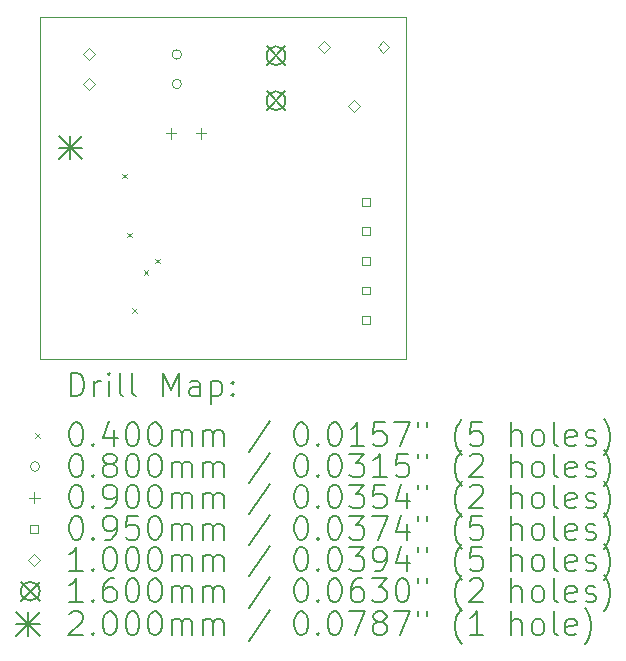
<source format=gbr>
%TF.GenerationSoftware,KiCad,Pcbnew,7.0.9-7.0.9~ubuntu22.04.1*%
%TF.CreationDate,2023-12-14T14:14:40+03:00*%
%TF.ProjectId,main-module,6d61696e-2d6d-46f6-9475-6c652e6b6963,rev?*%
%TF.SameCoordinates,Original*%
%TF.FileFunction,Drillmap*%
%TF.FilePolarity,Positive*%
%FSLAX45Y45*%
G04 Gerber Fmt 4.5, Leading zero omitted, Abs format (unit mm)*
G04 Created by KiCad (PCBNEW 7.0.9-7.0.9~ubuntu22.04.1) date 2023-12-14 14:14:40*
%MOMM*%
%LPD*%
G01*
G04 APERTURE LIST*
%ADD10C,0.100000*%
%ADD11C,0.200000*%
%ADD12C,0.160000*%
G04 APERTURE END LIST*
D10*
X14500000Y-6000000D02*
X17600000Y-6000000D01*
X17600000Y-8900000D01*
X14500000Y-8900000D01*
X14500000Y-6000000D01*
D11*
D10*
X15195000Y-7328750D02*
X15235000Y-7368750D01*
X15235000Y-7328750D02*
X15195000Y-7368750D01*
X15235000Y-7828750D02*
X15275000Y-7868750D01*
X15275000Y-7828750D02*
X15235000Y-7868750D01*
X15275000Y-8468750D02*
X15315000Y-8508750D01*
X15315000Y-8468750D02*
X15275000Y-8508750D01*
X15375000Y-8148750D02*
X15415000Y-8188750D01*
X15415000Y-8148750D02*
X15375000Y-8188750D01*
X15475000Y-8048750D02*
X15515000Y-8088750D01*
X15515000Y-8048750D02*
X15475000Y-8088750D01*
X15695000Y-6320512D02*
G75*
G03*
X15695000Y-6320512I-40000J0D01*
G01*
X15695000Y-6570512D02*
G75*
G03*
X15695000Y-6570512I-40000J0D01*
G01*
X15607500Y-6943750D02*
X15607500Y-7033750D01*
X15562500Y-6988750D02*
X15652500Y-6988750D01*
X15861500Y-6943750D02*
X15861500Y-7033750D01*
X15816500Y-6988750D02*
X15906500Y-6988750D01*
X17288588Y-7602338D02*
X17288588Y-7535162D01*
X17221412Y-7535162D01*
X17221412Y-7602338D01*
X17288588Y-7602338D01*
X17288588Y-7852338D02*
X17288588Y-7785162D01*
X17221412Y-7785162D01*
X17221412Y-7852338D01*
X17288588Y-7852338D01*
X17288588Y-8102338D02*
X17288588Y-8035162D01*
X17221412Y-8035162D01*
X17221412Y-8102338D01*
X17288588Y-8102338D01*
X17288588Y-8352338D02*
X17288588Y-8285162D01*
X17221412Y-8285162D01*
X17221412Y-8352338D01*
X17288588Y-8352338D01*
X17288588Y-8602338D02*
X17288588Y-8535162D01*
X17221412Y-8535162D01*
X17221412Y-8602338D01*
X17288588Y-8602338D01*
X14915000Y-6368750D02*
X14965000Y-6318750D01*
X14915000Y-6268750D01*
X14865000Y-6318750D01*
X14915000Y-6368750D01*
X14915000Y-6618750D02*
X14965000Y-6568750D01*
X14915000Y-6518750D01*
X14865000Y-6568750D01*
X14915000Y-6618750D01*
X16905000Y-6304750D02*
X16955000Y-6254750D01*
X16905000Y-6204750D01*
X16855000Y-6254750D01*
X16905000Y-6304750D01*
X17155000Y-6804750D02*
X17205000Y-6754750D01*
X17155000Y-6704750D01*
X17105000Y-6754750D01*
X17155000Y-6804750D01*
X17405000Y-6304750D02*
X17455000Y-6254750D01*
X17405000Y-6204750D01*
X17355000Y-6254750D01*
X17405000Y-6304750D01*
D12*
X16415000Y-6251500D02*
X16575000Y-6411500D01*
X16575000Y-6251500D02*
X16415000Y-6411500D01*
X16575000Y-6331500D02*
G75*
G03*
X16575000Y-6331500I-80000J0D01*
G01*
X16415000Y-6632500D02*
X16575000Y-6792500D01*
X16575000Y-6632500D02*
X16415000Y-6792500D01*
X16575000Y-6712500D02*
G75*
G03*
X16575000Y-6712500I-80000J0D01*
G01*
D11*
X14655000Y-7008750D02*
X14855000Y-7208750D01*
X14855000Y-7008750D02*
X14655000Y-7208750D01*
X14755000Y-7008750D02*
X14755000Y-7208750D01*
X14655000Y-7108750D02*
X14855000Y-7108750D01*
X14755777Y-9216484D02*
X14755777Y-9016484D01*
X14755777Y-9016484D02*
X14803396Y-9016484D01*
X14803396Y-9016484D02*
X14831967Y-9026008D01*
X14831967Y-9026008D02*
X14851015Y-9045055D01*
X14851015Y-9045055D02*
X14860539Y-9064103D01*
X14860539Y-9064103D02*
X14870062Y-9102198D01*
X14870062Y-9102198D02*
X14870062Y-9130770D01*
X14870062Y-9130770D02*
X14860539Y-9168865D01*
X14860539Y-9168865D02*
X14851015Y-9187912D01*
X14851015Y-9187912D02*
X14831967Y-9206960D01*
X14831967Y-9206960D02*
X14803396Y-9216484D01*
X14803396Y-9216484D02*
X14755777Y-9216484D01*
X14955777Y-9216484D02*
X14955777Y-9083150D01*
X14955777Y-9121246D02*
X14965301Y-9102198D01*
X14965301Y-9102198D02*
X14974824Y-9092674D01*
X14974824Y-9092674D02*
X14993872Y-9083150D01*
X14993872Y-9083150D02*
X15012920Y-9083150D01*
X15079586Y-9216484D02*
X15079586Y-9083150D01*
X15079586Y-9016484D02*
X15070062Y-9026008D01*
X15070062Y-9026008D02*
X15079586Y-9035531D01*
X15079586Y-9035531D02*
X15089110Y-9026008D01*
X15089110Y-9026008D02*
X15079586Y-9016484D01*
X15079586Y-9016484D02*
X15079586Y-9035531D01*
X15203396Y-9216484D02*
X15184348Y-9206960D01*
X15184348Y-9206960D02*
X15174824Y-9187912D01*
X15174824Y-9187912D02*
X15174824Y-9016484D01*
X15308158Y-9216484D02*
X15289110Y-9206960D01*
X15289110Y-9206960D02*
X15279586Y-9187912D01*
X15279586Y-9187912D02*
X15279586Y-9016484D01*
X15536729Y-9216484D02*
X15536729Y-9016484D01*
X15536729Y-9016484D02*
X15603396Y-9159341D01*
X15603396Y-9159341D02*
X15670062Y-9016484D01*
X15670062Y-9016484D02*
X15670062Y-9216484D01*
X15851015Y-9216484D02*
X15851015Y-9111722D01*
X15851015Y-9111722D02*
X15841491Y-9092674D01*
X15841491Y-9092674D02*
X15822443Y-9083150D01*
X15822443Y-9083150D02*
X15784348Y-9083150D01*
X15784348Y-9083150D02*
X15765301Y-9092674D01*
X15851015Y-9206960D02*
X15831967Y-9216484D01*
X15831967Y-9216484D02*
X15784348Y-9216484D01*
X15784348Y-9216484D02*
X15765301Y-9206960D01*
X15765301Y-9206960D02*
X15755777Y-9187912D01*
X15755777Y-9187912D02*
X15755777Y-9168865D01*
X15755777Y-9168865D02*
X15765301Y-9149817D01*
X15765301Y-9149817D02*
X15784348Y-9140293D01*
X15784348Y-9140293D02*
X15831967Y-9140293D01*
X15831967Y-9140293D02*
X15851015Y-9130770D01*
X15946253Y-9083150D02*
X15946253Y-9283150D01*
X15946253Y-9092674D02*
X15965301Y-9083150D01*
X15965301Y-9083150D02*
X16003396Y-9083150D01*
X16003396Y-9083150D02*
X16022443Y-9092674D01*
X16022443Y-9092674D02*
X16031967Y-9102198D01*
X16031967Y-9102198D02*
X16041491Y-9121246D01*
X16041491Y-9121246D02*
X16041491Y-9178389D01*
X16041491Y-9178389D02*
X16031967Y-9197436D01*
X16031967Y-9197436D02*
X16022443Y-9206960D01*
X16022443Y-9206960D02*
X16003396Y-9216484D01*
X16003396Y-9216484D02*
X15965301Y-9216484D01*
X15965301Y-9216484D02*
X15946253Y-9206960D01*
X16127205Y-9197436D02*
X16136729Y-9206960D01*
X16136729Y-9206960D02*
X16127205Y-9216484D01*
X16127205Y-9216484D02*
X16117682Y-9206960D01*
X16117682Y-9206960D02*
X16127205Y-9197436D01*
X16127205Y-9197436D02*
X16127205Y-9216484D01*
X16127205Y-9092674D02*
X16136729Y-9102198D01*
X16136729Y-9102198D02*
X16127205Y-9111722D01*
X16127205Y-9111722D02*
X16117682Y-9102198D01*
X16117682Y-9102198D02*
X16127205Y-9092674D01*
X16127205Y-9092674D02*
X16127205Y-9111722D01*
D10*
X14455000Y-9525000D02*
X14495000Y-9565000D01*
X14495000Y-9525000D02*
X14455000Y-9565000D01*
D11*
X14793872Y-9436484D02*
X14812920Y-9436484D01*
X14812920Y-9436484D02*
X14831967Y-9446008D01*
X14831967Y-9446008D02*
X14841491Y-9455531D01*
X14841491Y-9455531D02*
X14851015Y-9474579D01*
X14851015Y-9474579D02*
X14860539Y-9512674D01*
X14860539Y-9512674D02*
X14860539Y-9560293D01*
X14860539Y-9560293D02*
X14851015Y-9598389D01*
X14851015Y-9598389D02*
X14841491Y-9617436D01*
X14841491Y-9617436D02*
X14831967Y-9626960D01*
X14831967Y-9626960D02*
X14812920Y-9636484D01*
X14812920Y-9636484D02*
X14793872Y-9636484D01*
X14793872Y-9636484D02*
X14774824Y-9626960D01*
X14774824Y-9626960D02*
X14765301Y-9617436D01*
X14765301Y-9617436D02*
X14755777Y-9598389D01*
X14755777Y-9598389D02*
X14746253Y-9560293D01*
X14746253Y-9560293D02*
X14746253Y-9512674D01*
X14746253Y-9512674D02*
X14755777Y-9474579D01*
X14755777Y-9474579D02*
X14765301Y-9455531D01*
X14765301Y-9455531D02*
X14774824Y-9446008D01*
X14774824Y-9446008D02*
X14793872Y-9436484D01*
X14946253Y-9617436D02*
X14955777Y-9626960D01*
X14955777Y-9626960D02*
X14946253Y-9636484D01*
X14946253Y-9636484D02*
X14936729Y-9626960D01*
X14936729Y-9626960D02*
X14946253Y-9617436D01*
X14946253Y-9617436D02*
X14946253Y-9636484D01*
X15127205Y-9503150D02*
X15127205Y-9636484D01*
X15079586Y-9426960D02*
X15031967Y-9569817D01*
X15031967Y-9569817D02*
X15155777Y-9569817D01*
X15270062Y-9436484D02*
X15289110Y-9436484D01*
X15289110Y-9436484D02*
X15308158Y-9446008D01*
X15308158Y-9446008D02*
X15317682Y-9455531D01*
X15317682Y-9455531D02*
X15327205Y-9474579D01*
X15327205Y-9474579D02*
X15336729Y-9512674D01*
X15336729Y-9512674D02*
X15336729Y-9560293D01*
X15336729Y-9560293D02*
X15327205Y-9598389D01*
X15327205Y-9598389D02*
X15317682Y-9617436D01*
X15317682Y-9617436D02*
X15308158Y-9626960D01*
X15308158Y-9626960D02*
X15289110Y-9636484D01*
X15289110Y-9636484D02*
X15270062Y-9636484D01*
X15270062Y-9636484D02*
X15251015Y-9626960D01*
X15251015Y-9626960D02*
X15241491Y-9617436D01*
X15241491Y-9617436D02*
X15231967Y-9598389D01*
X15231967Y-9598389D02*
X15222443Y-9560293D01*
X15222443Y-9560293D02*
X15222443Y-9512674D01*
X15222443Y-9512674D02*
X15231967Y-9474579D01*
X15231967Y-9474579D02*
X15241491Y-9455531D01*
X15241491Y-9455531D02*
X15251015Y-9446008D01*
X15251015Y-9446008D02*
X15270062Y-9436484D01*
X15460539Y-9436484D02*
X15479586Y-9436484D01*
X15479586Y-9436484D02*
X15498634Y-9446008D01*
X15498634Y-9446008D02*
X15508158Y-9455531D01*
X15508158Y-9455531D02*
X15517682Y-9474579D01*
X15517682Y-9474579D02*
X15527205Y-9512674D01*
X15527205Y-9512674D02*
X15527205Y-9560293D01*
X15527205Y-9560293D02*
X15517682Y-9598389D01*
X15517682Y-9598389D02*
X15508158Y-9617436D01*
X15508158Y-9617436D02*
X15498634Y-9626960D01*
X15498634Y-9626960D02*
X15479586Y-9636484D01*
X15479586Y-9636484D02*
X15460539Y-9636484D01*
X15460539Y-9636484D02*
X15441491Y-9626960D01*
X15441491Y-9626960D02*
X15431967Y-9617436D01*
X15431967Y-9617436D02*
X15422443Y-9598389D01*
X15422443Y-9598389D02*
X15412920Y-9560293D01*
X15412920Y-9560293D02*
X15412920Y-9512674D01*
X15412920Y-9512674D02*
X15422443Y-9474579D01*
X15422443Y-9474579D02*
X15431967Y-9455531D01*
X15431967Y-9455531D02*
X15441491Y-9446008D01*
X15441491Y-9446008D02*
X15460539Y-9436484D01*
X15612920Y-9636484D02*
X15612920Y-9503150D01*
X15612920Y-9522198D02*
X15622443Y-9512674D01*
X15622443Y-9512674D02*
X15641491Y-9503150D01*
X15641491Y-9503150D02*
X15670063Y-9503150D01*
X15670063Y-9503150D02*
X15689110Y-9512674D01*
X15689110Y-9512674D02*
X15698634Y-9531722D01*
X15698634Y-9531722D02*
X15698634Y-9636484D01*
X15698634Y-9531722D02*
X15708158Y-9512674D01*
X15708158Y-9512674D02*
X15727205Y-9503150D01*
X15727205Y-9503150D02*
X15755777Y-9503150D01*
X15755777Y-9503150D02*
X15774824Y-9512674D01*
X15774824Y-9512674D02*
X15784348Y-9531722D01*
X15784348Y-9531722D02*
X15784348Y-9636484D01*
X15879586Y-9636484D02*
X15879586Y-9503150D01*
X15879586Y-9522198D02*
X15889110Y-9512674D01*
X15889110Y-9512674D02*
X15908158Y-9503150D01*
X15908158Y-9503150D02*
X15936729Y-9503150D01*
X15936729Y-9503150D02*
X15955777Y-9512674D01*
X15955777Y-9512674D02*
X15965301Y-9531722D01*
X15965301Y-9531722D02*
X15965301Y-9636484D01*
X15965301Y-9531722D02*
X15974824Y-9512674D01*
X15974824Y-9512674D02*
X15993872Y-9503150D01*
X15993872Y-9503150D02*
X16022443Y-9503150D01*
X16022443Y-9503150D02*
X16041491Y-9512674D01*
X16041491Y-9512674D02*
X16051015Y-9531722D01*
X16051015Y-9531722D02*
X16051015Y-9636484D01*
X16441491Y-9426960D02*
X16270063Y-9684103D01*
X16698634Y-9436484D02*
X16717682Y-9436484D01*
X16717682Y-9436484D02*
X16736729Y-9446008D01*
X16736729Y-9446008D02*
X16746253Y-9455531D01*
X16746253Y-9455531D02*
X16755777Y-9474579D01*
X16755777Y-9474579D02*
X16765301Y-9512674D01*
X16765301Y-9512674D02*
X16765301Y-9560293D01*
X16765301Y-9560293D02*
X16755777Y-9598389D01*
X16755777Y-9598389D02*
X16746253Y-9617436D01*
X16746253Y-9617436D02*
X16736729Y-9626960D01*
X16736729Y-9626960D02*
X16717682Y-9636484D01*
X16717682Y-9636484D02*
X16698634Y-9636484D01*
X16698634Y-9636484D02*
X16679586Y-9626960D01*
X16679586Y-9626960D02*
X16670063Y-9617436D01*
X16670063Y-9617436D02*
X16660539Y-9598389D01*
X16660539Y-9598389D02*
X16651015Y-9560293D01*
X16651015Y-9560293D02*
X16651015Y-9512674D01*
X16651015Y-9512674D02*
X16660539Y-9474579D01*
X16660539Y-9474579D02*
X16670063Y-9455531D01*
X16670063Y-9455531D02*
X16679586Y-9446008D01*
X16679586Y-9446008D02*
X16698634Y-9436484D01*
X16851015Y-9617436D02*
X16860539Y-9626960D01*
X16860539Y-9626960D02*
X16851015Y-9636484D01*
X16851015Y-9636484D02*
X16841491Y-9626960D01*
X16841491Y-9626960D02*
X16851015Y-9617436D01*
X16851015Y-9617436D02*
X16851015Y-9636484D01*
X16984348Y-9436484D02*
X17003396Y-9436484D01*
X17003396Y-9436484D02*
X17022444Y-9446008D01*
X17022444Y-9446008D02*
X17031968Y-9455531D01*
X17031968Y-9455531D02*
X17041491Y-9474579D01*
X17041491Y-9474579D02*
X17051015Y-9512674D01*
X17051015Y-9512674D02*
X17051015Y-9560293D01*
X17051015Y-9560293D02*
X17041491Y-9598389D01*
X17041491Y-9598389D02*
X17031968Y-9617436D01*
X17031968Y-9617436D02*
X17022444Y-9626960D01*
X17022444Y-9626960D02*
X17003396Y-9636484D01*
X17003396Y-9636484D02*
X16984348Y-9636484D01*
X16984348Y-9636484D02*
X16965301Y-9626960D01*
X16965301Y-9626960D02*
X16955777Y-9617436D01*
X16955777Y-9617436D02*
X16946253Y-9598389D01*
X16946253Y-9598389D02*
X16936729Y-9560293D01*
X16936729Y-9560293D02*
X16936729Y-9512674D01*
X16936729Y-9512674D02*
X16946253Y-9474579D01*
X16946253Y-9474579D02*
X16955777Y-9455531D01*
X16955777Y-9455531D02*
X16965301Y-9446008D01*
X16965301Y-9446008D02*
X16984348Y-9436484D01*
X17241491Y-9636484D02*
X17127206Y-9636484D01*
X17184348Y-9636484D02*
X17184348Y-9436484D01*
X17184348Y-9436484D02*
X17165301Y-9465055D01*
X17165301Y-9465055D02*
X17146253Y-9484103D01*
X17146253Y-9484103D02*
X17127206Y-9493627D01*
X17422444Y-9436484D02*
X17327206Y-9436484D01*
X17327206Y-9436484D02*
X17317682Y-9531722D01*
X17317682Y-9531722D02*
X17327206Y-9522198D01*
X17327206Y-9522198D02*
X17346253Y-9512674D01*
X17346253Y-9512674D02*
X17393872Y-9512674D01*
X17393872Y-9512674D02*
X17412920Y-9522198D01*
X17412920Y-9522198D02*
X17422444Y-9531722D01*
X17422444Y-9531722D02*
X17431968Y-9550770D01*
X17431968Y-9550770D02*
X17431968Y-9598389D01*
X17431968Y-9598389D02*
X17422444Y-9617436D01*
X17422444Y-9617436D02*
X17412920Y-9626960D01*
X17412920Y-9626960D02*
X17393872Y-9636484D01*
X17393872Y-9636484D02*
X17346253Y-9636484D01*
X17346253Y-9636484D02*
X17327206Y-9626960D01*
X17327206Y-9626960D02*
X17317682Y-9617436D01*
X17498634Y-9436484D02*
X17631968Y-9436484D01*
X17631968Y-9436484D02*
X17546253Y-9636484D01*
X17698634Y-9436484D02*
X17698634Y-9474579D01*
X17774825Y-9436484D02*
X17774825Y-9474579D01*
X18070063Y-9712674D02*
X18060539Y-9703150D01*
X18060539Y-9703150D02*
X18041491Y-9674579D01*
X18041491Y-9674579D02*
X18031968Y-9655531D01*
X18031968Y-9655531D02*
X18022444Y-9626960D01*
X18022444Y-9626960D02*
X18012920Y-9579341D01*
X18012920Y-9579341D02*
X18012920Y-9541246D01*
X18012920Y-9541246D02*
X18022444Y-9493627D01*
X18022444Y-9493627D02*
X18031968Y-9465055D01*
X18031968Y-9465055D02*
X18041491Y-9446008D01*
X18041491Y-9446008D02*
X18060539Y-9417436D01*
X18060539Y-9417436D02*
X18070063Y-9407912D01*
X18241491Y-9436484D02*
X18146253Y-9436484D01*
X18146253Y-9436484D02*
X18136730Y-9531722D01*
X18136730Y-9531722D02*
X18146253Y-9522198D01*
X18146253Y-9522198D02*
X18165301Y-9512674D01*
X18165301Y-9512674D02*
X18212920Y-9512674D01*
X18212920Y-9512674D02*
X18231968Y-9522198D01*
X18231968Y-9522198D02*
X18241491Y-9531722D01*
X18241491Y-9531722D02*
X18251015Y-9550770D01*
X18251015Y-9550770D02*
X18251015Y-9598389D01*
X18251015Y-9598389D02*
X18241491Y-9617436D01*
X18241491Y-9617436D02*
X18231968Y-9626960D01*
X18231968Y-9626960D02*
X18212920Y-9636484D01*
X18212920Y-9636484D02*
X18165301Y-9636484D01*
X18165301Y-9636484D02*
X18146253Y-9626960D01*
X18146253Y-9626960D02*
X18136730Y-9617436D01*
X18489111Y-9636484D02*
X18489111Y-9436484D01*
X18574825Y-9636484D02*
X18574825Y-9531722D01*
X18574825Y-9531722D02*
X18565301Y-9512674D01*
X18565301Y-9512674D02*
X18546253Y-9503150D01*
X18546253Y-9503150D02*
X18517682Y-9503150D01*
X18517682Y-9503150D02*
X18498634Y-9512674D01*
X18498634Y-9512674D02*
X18489111Y-9522198D01*
X18698634Y-9636484D02*
X18679587Y-9626960D01*
X18679587Y-9626960D02*
X18670063Y-9617436D01*
X18670063Y-9617436D02*
X18660539Y-9598389D01*
X18660539Y-9598389D02*
X18660539Y-9541246D01*
X18660539Y-9541246D02*
X18670063Y-9522198D01*
X18670063Y-9522198D02*
X18679587Y-9512674D01*
X18679587Y-9512674D02*
X18698634Y-9503150D01*
X18698634Y-9503150D02*
X18727206Y-9503150D01*
X18727206Y-9503150D02*
X18746253Y-9512674D01*
X18746253Y-9512674D02*
X18755777Y-9522198D01*
X18755777Y-9522198D02*
X18765301Y-9541246D01*
X18765301Y-9541246D02*
X18765301Y-9598389D01*
X18765301Y-9598389D02*
X18755777Y-9617436D01*
X18755777Y-9617436D02*
X18746253Y-9626960D01*
X18746253Y-9626960D02*
X18727206Y-9636484D01*
X18727206Y-9636484D02*
X18698634Y-9636484D01*
X18879587Y-9636484D02*
X18860539Y-9626960D01*
X18860539Y-9626960D02*
X18851015Y-9607912D01*
X18851015Y-9607912D02*
X18851015Y-9436484D01*
X19031968Y-9626960D02*
X19012920Y-9636484D01*
X19012920Y-9636484D02*
X18974825Y-9636484D01*
X18974825Y-9636484D02*
X18955777Y-9626960D01*
X18955777Y-9626960D02*
X18946253Y-9607912D01*
X18946253Y-9607912D02*
X18946253Y-9531722D01*
X18946253Y-9531722D02*
X18955777Y-9512674D01*
X18955777Y-9512674D02*
X18974825Y-9503150D01*
X18974825Y-9503150D02*
X19012920Y-9503150D01*
X19012920Y-9503150D02*
X19031968Y-9512674D01*
X19031968Y-9512674D02*
X19041492Y-9531722D01*
X19041492Y-9531722D02*
X19041492Y-9550770D01*
X19041492Y-9550770D02*
X18946253Y-9569817D01*
X19117682Y-9626960D02*
X19136730Y-9636484D01*
X19136730Y-9636484D02*
X19174825Y-9636484D01*
X19174825Y-9636484D02*
X19193873Y-9626960D01*
X19193873Y-9626960D02*
X19203396Y-9607912D01*
X19203396Y-9607912D02*
X19203396Y-9598389D01*
X19203396Y-9598389D02*
X19193873Y-9579341D01*
X19193873Y-9579341D02*
X19174825Y-9569817D01*
X19174825Y-9569817D02*
X19146253Y-9569817D01*
X19146253Y-9569817D02*
X19127206Y-9560293D01*
X19127206Y-9560293D02*
X19117682Y-9541246D01*
X19117682Y-9541246D02*
X19117682Y-9531722D01*
X19117682Y-9531722D02*
X19127206Y-9512674D01*
X19127206Y-9512674D02*
X19146253Y-9503150D01*
X19146253Y-9503150D02*
X19174825Y-9503150D01*
X19174825Y-9503150D02*
X19193873Y-9512674D01*
X19270063Y-9712674D02*
X19279587Y-9703150D01*
X19279587Y-9703150D02*
X19298634Y-9674579D01*
X19298634Y-9674579D02*
X19308158Y-9655531D01*
X19308158Y-9655531D02*
X19317682Y-9626960D01*
X19317682Y-9626960D02*
X19327206Y-9579341D01*
X19327206Y-9579341D02*
X19327206Y-9541246D01*
X19327206Y-9541246D02*
X19317682Y-9493627D01*
X19317682Y-9493627D02*
X19308158Y-9465055D01*
X19308158Y-9465055D02*
X19298634Y-9446008D01*
X19298634Y-9446008D02*
X19279587Y-9417436D01*
X19279587Y-9417436D02*
X19270063Y-9407912D01*
D10*
X14495000Y-9809000D02*
G75*
G03*
X14495000Y-9809000I-40000J0D01*
G01*
D11*
X14793872Y-9700484D02*
X14812920Y-9700484D01*
X14812920Y-9700484D02*
X14831967Y-9710008D01*
X14831967Y-9710008D02*
X14841491Y-9719531D01*
X14841491Y-9719531D02*
X14851015Y-9738579D01*
X14851015Y-9738579D02*
X14860539Y-9776674D01*
X14860539Y-9776674D02*
X14860539Y-9824293D01*
X14860539Y-9824293D02*
X14851015Y-9862389D01*
X14851015Y-9862389D02*
X14841491Y-9881436D01*
X14841491Y-9881436D02*
X14831967Y-9890960D01*
X14831967Y-9890960D02*
X14812920Y-9900484D01*
X14812920Y-9900484D02*
X14793872Y-9900484D01*
X14793872Y-9900484D02*
X14774824Y-9890960D01*
X14774824Y-9890960D02*
X14765301Y-9881436D01*
X14765301Y-9881436D02*
X14755777Y-9862389D01*
X14755777Y-9862389D02*
X14746253Y-9824293D01*
X14746253Y-9824293D02*
X14746253Y-9776674D01*
X14746253Y-9776674D02*
X14755777Y-9738579D01*
X14755777Y-9738579D02*
X14765301Y-9719531D01*
X14765301Y-9719531D02*
X14774824Y-9710008D01*
X14774824Y-9710008D02*
X14793872Y-9700484D01*
X14946253Y-9881436D02*
X14955777Y-9890960D01*
X14955777Y-9890960D02*
X14946253Y-9900484D01*
X14946253Y-9900484D02*
X14936729Y-9890960D01*
X14936729Y-9890960D02*
X14946253Y-9881436D01*
X14946253Y-9881436D02*
X14946253Y-9900484D01*
X15070062Y-9786198D02*
X15051015Y-9776674D01*
X15051015Y-9776674D02*
X15041491Y-9767150D01*
X15041491Y-9767150D02*
X15031967Y-9748103D01*
X15031967Y-9748103D02*
X15031967Y-9738579D01*
X15031967Y-9738579D02*
X15041491Y-9719531D01*
X15041491Y-9719531D02*
X15051015Y-9710008D01*
X15051015Y-9710008D02*
X15070062Y-9700484D01*
X15070062Y-9700484D02*
X15108158Y-9700484D01*
X15108158Y-9700484D02*
X15127205Y-9710008D01*
X15127205Y-9710008D02*
X15136729Y-9719531D01*
X15136729Y-9719531D02*
X15146253Y-9738579D01*
X15146253Y-9738579D02*
X15146253Y-9748103D01*
X15146253Y-9748103D02*
X15136729Y-9767150D01*
X15136729Y-9767150D02*
X15127205Y-9776674D01*
X15127205Y-9776674D02*
X15108158Y-9786198D01*
X15108158Y-9786198D02*
X15070062Y-9786198D01*
X15070062Y-9786198D02*
X15051015Y-9795722D01*
X15051015Y-9795722D02*
X15041491Y-9805246D01*
X15041491Y-9805246D02*
X15031967Y-9824293D01*
X15031967Y-9824293D02*
X15031967Y-9862389D01*
X15031967Y-9862389D02*
X15041491Y-9881436D01*
X15041491Y-9881436D02*
X15051015Y-9890960D01*
X15051015Y-9890960D02*
X15070062Y-9900484D01*
X15070062Y-9900484D02*
X15108158Y-9900484D01*
X15108158Y-9900484D02*
X15127205Y-9890960D01*
X15127205Y-9890960D02*
X15136729Y-9881436D01*
X15136729Y-9881436D02*
X15146253Y-9862389D01*
X15146253Y-9862389D02*
X15146253Y-9824293D01*
X15146253Y-9824293D02*
X15136729Y-9805246D01*
X15136729Y-9805246D02*
X15127205Y-9795722D01*
X15127205Y-9795722D02*
X15108158Y-9786198D01*
X15270062Y-9700484D02*
X15289110Y-9700484D01*
X15289110Y-9700484D02*
X15308158Y-9710008D01*
X15308158Y-9710008D02*
X15317682Y-9719531D01*
X15317682Y-9719531D02*
X15327205Y-9738579D01*
X15327205Y-9738579D02*
X15336729Y-9776674D01*
X15336729Y-9776674D02*
X15336729Y-9824293D01*
X15336729Y-9824293D02*
X15327205Y-9862389D01*
X15327205Y-9862389D02*
X15317682Y-9881436D01*
X15317682Y-9881436D02*
X15308158Y-9890960D01*
X15308158Y-9890960D02*
X15289110Y-9900484D01*
X15289110Y-9900484D02*
X15270062Y-9900484D01*
X15270062Y-9900484D02*
X15251015Y-9890960D01*
X15251015Y-9890960D02*
X15241491Y-9881436D01*
X15241491Y-9881436D02*
X15231967Y-9862389D01*
X15231967Y-9862389D02*
X15222443Y-9824293D01*
X15222443Y-9824293D02*
X15222443Y-9776674D01*
X15222443Y-9776674D02*
X15231967Y-9738579D01*
X15231967Y-9738579D02*
X15241491Y-9719531D01*
X15241491Y-9719531D02*
X15251015Y-9710008D01*
X15251015Y-9710008D02*
X15270062Y-9700484D01*
X15460539Y-9700484D02*
X15479586Y-9700484D01*
X15479586Y-9700484D02*
X15498634Y-9710008D01*
X15498634Y-9710008D02*
X15508158Y-9719531D01*
X15508158Y-9719531D02*
X15517682Y-9738579D01*
X15517682Y-9738579D02*
X15527205Y-9776674D01*
X15527205Y-9776674D02*
X15527205Y-9824293D01*
X15527205Y-9824293D02*
X15517682Y-9862389D01*
X15517682Y-9862389D02*
X15508158Y-9881436D01*
X15508158Y-9881436D02*
X15498634Y-9890960D01*
X15498634Y-9890960D02*
X15479586Y-9900484D01*
X15479586Y-9900484D02*
X15460539Y-9900484D01*
X15460539Y-9900484D02*
X15441491Y-9890960D01*
X15441491Y-9890960D02*
X15431967Y-9881436D01*
X15431967Y-9881436D02*
X15422443Y-9862389D01*
X15422443Y-9862389D02*
X15412920Y-9824293D01*
X15412920Y-9824293D02*
X15412920Y-9776674D01*
X15412920Y-9776674D02*
X15422443Y-9738579D01*
X15422443Y-9738579D02*
X15431967Y-9719531D01*
X15431967Y-9719531D02*
X15441491Y-9710008D01*
X15441491Y-9710008D02*
X15460539Y-9700484D01*
X15612920Y-9900484D02*
X15612920Y-9767150D01*
X15612920Y-9786198D02*
X15622443Y-9776674D01*
X15622443Y-9776674D02*
X15641491Y-9767150D01*
X15641491Y-9767150D02*
X15670063Y-9767150D01*
X15670063Y-9767150D02*
X15689110Y-9776674D01*
X15689110Y-9776674D02*
X15698634Y-9795722D01*
X15698634Y-9795722D02*
X15698634Y-9900484D01*
X15698634Y-9795722D02*
X15708158Y-9776674D01*
X15708158Y-9776674D02*
X15727205Y-9767150D01*
X15727205Y-9767150D02*
X15755777Y-9767150D01*
X15755777Y-9767150D02*
X15774824Y-9776674D01*
X15774824Y-9776674D02*
X15784348Y-9795722D01*
X15784348Y-9795722D02*
X15784348Y-9900484D01*
X15879586Y-9900484D02*
X15879586Y-9767150D01*
X15879586Y-9786198D02*
X15889110Y-9776674D01*
X15889110Y-9776674D02*
X15908158Y-9767150D01*
X15908158Y-9767150D02*
X15936729Y-9767150D01*
X15936729Y-9767150D02*
X15955777Y-9776674D01*
X15955777Y-9776674D02*
X15965301Y-9795722D01*
X15965301Y-9795722D02*
X15965301Y-9900484D01*
X15965301Y-9795722D02*
X15974824Y-9776674D01*
X15974824Y-9776674D02*
X15993872Y-9767150D01*
X15993872Y-9767150D02*
X16022443Y-9767150D01*
X16022443Y-9767150D02*
X16041491Y-9776674D01*
X16041491Y-9776674D02*
X16051015Y-9795722D01*
X16051015Y-9795722D02*
X16051015Y-9900484D01*
X16441491Y-9690960D02*
X16270063Y-9948103D01*
X16698634Y-9700484D02*
X16717682Y-9700484D01*
X16717682Y-9700484D02*
X16736729Y-9710008D01*
X16736729Y-9710008D02*
X16746253Y-9719531D01*
X16746253Y-9719531D02*
X16755777Y-9738579D01*
X16755777Y-9738579D02*
X16765301Y-9776674D01*
X16765301Y-9776674D02*
X16765301Y-9824293D01*
X16765301Y-9824293D02*
X16755777Y-9862389D01*
X16755777Y-9862389D02*
X16746253Y-9881436D01*
X16746253Y-9881436D02*
X16736729Y-9890960D01*
X16736729Y-9890960D02*
X16717682Y-9900484D01*
X16717682Y-9900484D02*
X16698634Y-9900484D01*
X16698634Y-9900484D02*
X16679586Y-9890960D01*
X16679586Y-9890960D02*
X16670063Y-9881436D01*
X16670063Y-9881436D02*
X16660539Y-9862389D01*
X16660539Y-9862389D02*
X16651015Y-9824293D01*
X16651015Y-9824293D02*
X16651015Y-9776674D01*
X16651015Y-9776674D02*
X16660539Y-9738579D01*
X16660539Y-9738579D02*
X16670063Y-9719531D01*
X16670063Y-9719531D02*
X16679586Y-9710008D01*
X16679586Y-9710008D02*
X16698634Y-9700484D01*
X16851015Y-9881436D02*
X16860539Y-9890960D01*
X16860539Y-9890960D02*
X16851015Y-9900484D01*
X16851015Y-9900484D02*
X16841491Y-9890960D01*
X16841491Y-9890960D02*
X16851015Y-9881436D01*
X16851015Y-9881436D02*
X16851015Y-9900484D01*
X16984348Y-9700484D02*
X17003396Y-9700484D01*
X17003396Y-9700484D02*
X17022444Y-9710008D01*
X17022444Y-9710008D02*
X17031968Y-9719531D01*
X17031968Y-9719531D02*
X17041491Y-9738579D01*
X17041491Y-9738579D02*
X17051015Y-9776674D01*
X17051015Y-9776674D02*
X17051015Y-9824293D01*
X17051015Y-9824293D02*
X17041491Y-9862389D01*
X17041491Y-9862389D02*
X17031968Y-9881436D01*
X17031968Y-9881436D02*
X17022444Y-9890960D01*
X17022444Y-9890960D02*
X17003396Y-9900484D01*
X17003396Y-9900484D02*
X16984348Y-9900484D01*
X16984348Y-9900484D02*
X16965301Y-9890960D01*
X16965301Y-9890960D02*
X16955777Y-9881436D01*
X16955777Y-9881436D02*
X16946253Y-9862389D01*
X16946253Y-9862389D02*
X16936729Y-9824293D01*
X16936729Y-9824293D02*
X16936729Y-9776674D01*
X16936729Y-9776674D02*
X16946253Y-9738579D01*
X16946253Y-9738579D02*
X16955777Y-9719531D01*
X16955777Y-9719531D02*
X16965301Y-9710008D01*
X16965301Y-9710008D02*
X16984348Y-9700484D01*
X17117682Y-9700484D02*
X17241491Y-9700484D01*
X17241491Y-9700484D02*
X17174825Y-9776674D01*
X17174825Y-9776674D02*
X17203396Y-9776674D01*
X17203396Y-9776674D02*
X17222444Y-9786198D01*
X17222444Y-9786198D02*
X17231968Y-9795722D01*
X17231968Y-9795722D02*
X17241491Y-9814770D01*
X17241491Y-9814770D02*
X17241491Y-9862389D01*
X17241491Y-9862389D02*
X17231968Y-9881436D01*
X17231968Y-9881436D02*
X17222444Y-9890960D01*
X17222444Y-9890960D02*
X17203396Y-9900484D01*
X17203396Y-9900484D02*
X17146253Y-9900484D01*
X17146253Y-9900484D02*
X17127206Y-9890960D01*
X17127206Y-9890960D02*
X17117682Y-9881436D01*
X17431968Y-9900484D02*
X17317682Y-9900484D01*
X17374825Y-9900484D02*
X17374825Y-9700484D01*
X17374825Y-9700484D02*
X17355777Y-9729055D01*
X17355777Y-9729055D02*
X17336729Y-9748103D01*
X17336729Y-9748103D02*
X17317682Y-9757627D01*
X17612920Y-9700484D02*
X17517682Y-9700484D01*
X17517682Y-9700484D02*
X17508158Y-9795722D01*
X17508158Y-9795722D02*
X17517682Y-9786198D01*
X17517682Y-9786198D02*
X17536729Y-9776674D01*
X17536729Y-9776674D02*
X17584349Y-9776674D01*
X17584349Y-9776674D02*
X17603396Y-9786198D01*
X17603396Y-9786198D02*
X17612920Y-9795722D01*
X17612920Y-9795722D02*
X17622444Y-9814770D01*
X17622444Y-9814770D02*
X17622444Y-9862389D01*
X17622444Y-9862389D02*
X17612920Y-9881436D01*
X17612920Y-9881436D02*
X17603396Y-9890960D01*
X17603396Y-9890960D02*
X17584349Y-9900484D01*
X17584349Y-9900484D02*
X17536729Y-9900484D01*
X17536729Y-9900484D02*
X17517682Y-9890960D01*
X17517682Y-9890960D02*
X17508158Y-9881436D01*
X17698634Y-9700484D02*
X17698634Y-9738579D01*
X17774825Y-9700484D02*
X17774825Y-9738579D01*
X18070063Y-9976674D02*
X18060539Y-9967150D01*
X18060539Y-9967150D02*
X18041491Y-9938579D01*
X18041491Y-9938579D02*
X18031968Y-9919531D01*
X18031968Y-9919531D02*
X18022444Y-9890960D01*
X18022444Y-9890960D02*
X18012920Y-9843341D01*
X18012920Y-9843341D02*
X18012920Y-9805246D01*
X18012920Y-9805246D02*
X18022444Y-9757627D01*
X18022444Y-9757627D02*
X18031968Y-9729055D01*
X18031968Y-9729055D02*
X18041491Y-9710008D01*
X18041491Y-9710008D02*
X18060539Y-9681436D01*
X18060539Y-9681436D02*
X18070063Y-9671912D01*
X18136730Y-9719531D02*
X18146253Y-9710008D01*
X18146253Y-9710008D02*
X18165301Y-9700484D01*
X18165301Y-9700484D02*
X18212920Y-9700484D01*
X18212920Y-9700484D02*
X18231968Y-9710008D01*
X18231968Y-9710008D02*
X18241491Y-9719531D01*
X18241491Y-9719531D02*
X18251015Y-9738579D01*
X18251015Y-9738579D02*
X18251015Y-9757627D01*
X18251015Y-9757627D02*
X18241491Y-9786198D01*
X18241491Y-9786198D02*
X18127206Y-9900484D01*
X18127206Y-9900484D02*
X18251015Y-9900484D01*
X18489111Y-9900484D02*
X18489111Y-9700484D01*
X18574825Y-9900484D02*
X18574825Y-9795722D01*
X18574825Y-9795722D02*
X18565301Y-9776674D01*
X18565301Y-9776674D02*
X18546253Y-9767150D01*
X18546253Y-9767150D02*
X18517682Y-9767150D01*
X18517682Y-9767150D02*
X18498634Y-9776674D01*
X18498634Y-9776674D02*
X18489111Y-9786198D01*
X18698634Y-9900484D02*
X18679587Y-9890960D01*
X18679587Y-9890960D02*
X18670063Y-9881436D01*
X18670063Y-9881436D02*
X18660539Y-9862389D01*
X18660539Y-9862389D02*
X18660539Y-9805246D01*
X18660539Y-9805246D02*
X18670063Y-9786198D01*
X18670063Y-9786198D02*
X18679587Y-9776674D01*
X18679587Y-9776674D02*
X18698634Y-9767150D01*
X18698634Y-9767150D02*
X18727206Y-9767150D01*
X18727206Y-9767150D02*
X18746253Y-9776674D01*
X18746253Y-9776674D02*
X18755777Y-9786198D01*
X18755777Y-9786198D02*
X18765301Y-9805246D01*
X18765301Y-9805246D02*
X18765301Y-9862389D01*
X18765301Y-9862389D02*
X18755777Y-9881436D01*
X18755777Y-9881436D02*
X18746253Y-9890960D01*
X18746253Y-9890960D02*
X18727206Y-9900484D01*
X18727206Y-9900484D02*
X18698634Y-9900484D01*
X18879587Y-9900484D02*
X18860539Y-9890960D01*
X18860539Y-9890960D02*
X18851015Y-9871912D01*
X18851015Y-9871912D02*
X18851015Y-9700484D01*
X19031968Y-9890960D02*
X19012920Y-9900484D01*
X19012920Y-9900484D02*
X18974825Y-9900484D01*
X18974825Y-9900484D02*
X18955777Y-9890960D01*
X18955777Y-9890960D02*
X18946253Y-9871912D01*
X18946253Y-9871912D02*
X18946253Y-9795722D01*
X18946253Y-9795722D02*
X18955777Y-9776674D01*
X18955777Y-9776674D02*
X18974825Y-9767150D01*
X18974825Y-9767150D02*
X19012920Y-9767150D01*
X19012920Y-9767150D02*
X19031968Y-9776674D01*
X19031968Y-9776674D02*
X19041492Y-9795722D01*
X19041492Y-9795722D02*
X19041492Y-9814770D01*
X19041492Y-9814770D02*
X18946253Y-9833817D01*
X19117682Y-9890960D02*
X19136730Y-9900484D01*
X19136730Y-9900484D02*
X19174825Y-9900484D01*
X19174825Y-9900484D02*
X19193873Y-9890960D01*
X19193873Y-9890960D02*
X19203396Y-9871912D01*
X19203396Y-9871912D02*
X19203396Y-9862389D01*
X19203396Y-9862389D02*
X19193873Y-9843341D01*
X19193873Y-9843341D02*
X19174825Y-9833817D01*
X19174825Y-9833817D02*
X19146253Y-9833817D01*
X19146253Y-9833817D02*
X19127206Y-9824293D01*
X19127206Y-9824293D02*
X19117682Y-9805246D01*
X19117682Y-9805246D02*
X19117682Y-9795722D01*
X19117682Y-9795722D02*
X19127206Y-9776674D01*
X19127206Y-9776674D02*
X19146253Y-9767150D01*
X19146253Y-9767150D02*
X19174825Y-9767150D01*
X19174825Y-9767150D02*
X19193873Y-9776674D01*
X19270063Y-9976674D02*
X19279587Y-9967150D01*
X19279587Y-9967150D02*
X19298634Y-9938579D01*
X19298634Y-9938579D02*
X19308158Y-9919531D01*
X19308158Y-9919531D02*
X19317682Y-9890960D01*
X19317682Y-9890960D02*
X19327206Y-9843341D01*
X19327206Y-9843341D02*
X19327206Y-9805246D01*
X19327206Y-9805246D02*
X19317682Y-9757627D01*
X19317682Y-9757627D02*
X19308158Y-9729055D01*
X19308158Y-9729055D02*
X19298634Y-9710008D01*
X19298634Y-9710008D02*
X19279587Y-9681436D01*
X19279587Y-9681436D02*
X19270063Y-9671912D01*
D10*
X14450000Y-10028000D02*
X14450000Y-10118000D01*
X14405000Y-10073000D02*
X14495000Y-10073000D01*
D11*
X14793872Y-9964484D02*
X14812920Y-9964484D01*
X14812920Y-9964484D02*
X14831967Y-9974008D01*
X14831967Y-9974008D02*
X14841491Y-9983531D01*
X14841491Y-9983531D02*
X14851015Y-10002579D01*
X14851015Y-10002579D02*
X14860539Y-10040674D01*
X14860539Y-10040674D02*
X14860539Y-10088293D01*
X14860539Y-10088293D02*
X14851015Y-10126389D01*
X14851015Y-10126389D02*
X14841491Y-10145436D01*
X14841491Y-10145436D02*
X14831967Y-10154960D01*
X14831967Y-10154960D02*
X14812920Y-10164484D01*
X14812920Y-10164484D02*
X14793872Y-10164484D01*
X14793872Y-10164484D02*
X14774824Y-10154960D01*
X14774824Y-10154960D02*
X14765301Y-10145436D01*
X14765301Y-10145436D02*
X14755777Y-10126389D01*
X14755777Y-10126389D02*
X14746253Y-10088293D01*
X14746253Y-10088293D02*
X14746253Y-10040674D01*
X14746253Y-10040674D02*
X14755777Y-10002579D01*
X14755777Y-10002579D02*
X14765301Y-9983531D01*
X14765301Y-9983531D02*
X14774824Y-9974008D01*
X14774824Y-9974008D02*
X14793872Y-9964484D01*
X14946253Y-10145436D02*
X14955777Y-10154960D01*
X14955777Y-10154960D02*
X14946253Y-10164484D01*
X14946253Y-10164484D02*
X14936729Y-10154960D01*
X14936729Y-10154960D02*
X14946253Y-10145436D01*
X14946253Y-10145436D02*
X14946253Y-10164484D01*
X15051015Y-10164484D02*
X15089110Y-10164484D01*
X15089110Y-10164484D02*
X15108158Y-10154960D01*
X15108158Y-10154960D02*
X15117682Y-10145436D01*
X15117682Y-10145436D02*
X15136729Y-10116865D01*
X15136729Y-10116865D02*
X15146253Y-10078770D01*
X15146253Y-10078770D02*
X15146253Y-10002579D01*
X15146253Y-10002579D02*
X15136729Y-9983531D01*
X15136729Y-9983531D02*
X15127205Y-9974008D01*
X15127205Y-9974008D02*
X15108158Y-9964484D01*
X15108158Y-9964484D02*
X15070062Y-9964484D01*
X15070062Y-9964484D02*
X15051015Y-9974008D01*
X15051015Y-9974008D02*
X15041491Y-9983531D01*
X15041491Y-9983531D02*
X15031967Y-10002579D01*
X15031967Y-10002579D02*
X15031967Y-10050198D01*
X15031967Y-10050198D02*
X15041491Y-10069246D01*
X15041491Y-10069246D02*
X15051015Y-10078770D01*
X15051015Y-10078770D02*
X15070062Y-10088293D01*
X15070062Y-10088293D02*
X15108158Y-10088293D01*
X15108158Y-10088293D02*
X15127205Y-10078770D01*
X15127205Y-10078770D02*
X15136729Y-10069246D01*
X15136729Y-10069246D02*
X15146253Y-10050198D01*
X15270062Y-9964484D02*
X15289110Y-9964484D01*
X15289110Y-9964484D02*
X15308158Y-9974008D01*
X15308158Y-9974008D02*
X15317682Y-9983531D01*
X15317682Y-9983531D02*
X15327205Y-10002579D01*
X15327205Y-10002579D02*
X15336729Y-10040674D01*
X15336729Y-10040674D02*
X15336729Y-10088293D01*
X15336729Y-10088293D02*
X15327205Y-10126389D01*
X15327205Y-10126389D02*
X15317682Y-10145436D01*
X15317682Y-10145436D02*
X15308158Y-10154960D01*
X15308158Y-10154960D02*
X15289110Y-10164484D01*
X15289110Y-10164484D02*
X15270062Y-10164484D01*
X15270062Y-10164484D02*
X15251015Y-10154960D01*
X15251015Y-10154960D02*
X15241491Y-10145436D01*
X15241491Y-10145436D02*
X15231967Y-10126389D01*
X15231967Y-10126389D02*
X15222443Y-10088293D01*
X15222443Y-10088293D02*
X15222443Y-10040674D01*
X15222443Y-10040674D02*
X15231967Y-10002579D01*
X15231967Y-10002579D02*
X15241491Y-9983531D01*
X15241491Y-9983531D02*
X15251015Y-9974008D01*
X15251015Y-9974008D02*
X15270062Y-9964484D01*
X15460539Y-9964484D02*
X15479586Y-9964484D01*
X15479586Y-9964484D02*
X15498634Y-9974008D01*
X15498634Y-9974008D02*
X15508158Y-9983531D01*
X15508158Y-9983531D02*
X15517682Y-10002579D01*
X15517682Y-10002579D02*
X15527205Y-10040674D01*
X15527205Y-10040674D02*
X15527205Y-10088293D01*
X15527205Y-10088293D02*
X15517682Y-10126389D01*
X15517682Y-10126389D02*
X15508158Y-10145436D01*
X15508158Y-10145436D02*
X15498634Y-10154960D01*
X15498634Y-10154960D02*
X15479586Y-10164484D01*
X15479586Y-10164484D02*
X15460539Y-10164484D01*
X15460539Y-10164484D02*
X15441491Y-10154960D01*
X15441491Y-10154960D02*
X15431967Y-10145436D01*
X15431967Y-10145436D02*
X15422443Y-10126389D01*
X15422443Y-10126389D02*
X15412920Y-10088293D01*
X15412920Y-10088293D02*
X15412920Y-10040674D01*
X15412920Y-10040674D02*
X15422443Y-10002579D01*
X15422443Y-10002579D02*
X15431967Y-9983531D01*
X15431967Y-9983531D02*
X15441491Y-9974008D01*
X15441491Y-9974008D02*
X15460539Y-9964484D01*
X15612920Y-10164484D02*
X15612920Y-10031150D01*
X15612920Y-10050198D02*
X15622443Y-10040674D01*
X15622443Y-10040674D02*
X15641491Y-10031150D01*
X15641491Y-10031150D02*
X15670063Y-10031150D01*
X15670063Y-10031150D02*
X15689110Y-10040674D01*
X15689110Y-10040674D02*
X15698634Y-10059722D01*
X15698634Y-10059722D02*
X15698634Y-10164484D01*
X15698634Y-10059722D02*
X15708158Y-10040674D01*
X15708158Y-10040674D02*
X15727205Y-10031150D01*
X15727205Y-10031150D02*
X15755777Y-10031150D01*
X15755777Y-10031150D02*
X15774824Y-10040674D01*
X15774824Y-10040674D02*
X15784348Y-10059722D01*
X15784348Y-10059722D02*
X15784348Y-10164484D01*
X15879586Y-10164484D02*
X15879586Y-10031150D01*
X15879586Y-10050198D02*
X15889110Y-10040674D01*
X15889110Y-10040674D02*
X15908158Y-10031150D01*
X15908158Y-10031150D02*
X15936729Y-10031150D01*
X15936729Y-10031150D02*
X15955777Y-10040674D01*
X15955777Y-10040674D02*
X15965301Y-10059722D01*
X15965301Y-10059722D02*
X15965301Y-10164484D01*
X15965301Y-10059722D02*
X15974824Y-10040674D01*
X15974824Y-10040674D02*
X15993872Y-10031150D01*
X15993872Y-10031150D02*
X16022443Y-10031150D01*
X16022443Y-10031150D02*
X16041491Y-10040674D01*
X16041491Y-10040674D02*
X16051015Y-10059722D01*
X16051015Y-10059722D02*
X16051015Y-10164484D01*
X16441491Y-9954960D02*
X16270063Y-10212103D01*
X16698634Y-9964484D02*
X16717682Y-9964484D01*
X16717682Y-9964484D02*
X16736729Y-9974008D01*
X16736729Y-9974008D02*
X16746253Y-9983531D01*
X16746253Y-9983531D02*
X16755777Y-10002579D01*
X16755777Y-10002579D02*
X16765301Y-10040674D01*
X16765301Y-10040674D02*
X16765301Y-10088293D01*
X16765301Y-10088293D02*
X16755777Y-10126389D01*
X16755777Y-10126389D02*
X16746253Y-10145436D01*
X16746253Y-10145436D02*
X16736729Y-10154960D01*
X16736729Y-10154960D02*
X16717682Y-10164484D01*
X16717682Y-10164484D02*
X16698634Y-10164484D01*
X16698634Y-10164484D02*
X16679586Y-10154960D01*
X16679586Y-10154960D02*
X16670063Y-10145436D01*
X16670063Y-10145436D02*
X16660539Y-10126389D01*
X16660539Y-10126389D02*
X16651015Y-10088293D01*
X16651015Y-10088293D02*
X16651015Y-10040674D01*
X16651015Y-10040674D02*
X16660539Y-10002579D01*
X16660539Y-10002579D02*
X16670063Y-9983531D01*
X16670063Y-9983531D02*
X16679586Y-9974008D01*
X16679586Y-9974008D02*
X16698634Y-9964484D01*
X16851015Y-10145436D02*
X16860539Y-10154960D01*
X16860539Y-10154960D02*
X16851015Y-10164484D01*
X16851015Y-10164484D02*
X16841491Y-10154960D01*
X16841491Y-10154960D02*
X16851015Y-10145436D01*
X16851015Y-10145436D02*
X16851015Y-10164484D01*
X16984348Y-9964484D02*
X17003396Y-9964484D01*
X17003396Y-9964484D02*
X17022444Y-9974008D01*
X17022444Y-9974008D02*
X17031968Y-9983531D01*
X17031968Y-9983531D02*
X17041491Y-10002579D01*
X17041491Y-10002579D02*
X17051015Y-10040674D01*
X17051015Y-10040674D02*
X17051015Y-10088293D01*
X17051015Y-10088293D02*
X17041491Y-10126389D01*
X17041491Y-10126389D02*
X17031968Y-10145436D01*
X17031968Y-10145436D02*
X17022444Y-10154960D01*
X17022444Y-10154960D02*
X17003396Y-10164484D01*
X17003396Y-10164484D02*
X16984348Y-10164484D01*
X16984348Y-10164484D02*
X16965301Y-10154960D01*
X16965301Y-10154960D02*
X16955777Y-10145436D01*
X16955777Y-10145436D02*
X16946253Y-10126389D01*
X16946253Y-10126389D02*
X16936729Y-10088293D01*
X16936729Y-10088293D02*
X16936729Y-10040674D01*
X16936729Y-10040674D02*
X16946253Y-10002579D01*
X16946253Y-10002579D02*
X16955777Y-9983531D01*
X16955777Y-9983531D02*
X16965301Y-9974008D01*
X16965301Y-9974008D02*
X16984348Y-9964484D01*
X17117682Y-9964484D02*
X17241491Y-9964484D01*
X17241491Y-9964484D02*
X17174825Y-10040674D01*
X17174825Y-10040674D02*
X17203396Y-10040674D01*
X17203396Y-10040674D02*
X17222444Y-10050198D01*
X17222444Y-10050198D02*
X17231968Y-10059722D01*
X17231968Y-10059722D02*
X17241491Y-10078770D01*
X17241491Y-10078770D02*
X17241491Y-10126389D01*
X17241491Y-10126389D02*
X17231968Y-10145436D01*
X17231968Y-10145436D02*
X17222444Y-10154960D01*
X17222444Y-10154960D02*
X17203396Y-10164484D01*
X17203396Y-10164484D02*
X17146253Y-10164484D01*
X17146253Y-10164484D02*
X17127206Y-10154960D01*
X17127206Y-10154960D02*
X17117682Y-10145436D01*
X17422444Y-9964484D02*
X17327206Y-9964484D01*
X17327206Y-9964484D02*
X17317682Y-10059722D01*
X17317682Y-10059722D02*
X17327206Y-10050198D01*
X17327206Y-10050198D02*
X17346253Y-10040674D01*
X17346253Y-10040674D02*
X17393872Y-10040674D01*
X17393872Y-10040674D02*
X17412920Y-10050198D01*
X17412920Y-10050198D02*
X17422444Y-10059722D01*
X17422444Y-10059722D02*
X17431968Y-10078770D01*
X17431968Y-10078770D02*
X17431968Y-10126389D01*
X17431968Y-10126389D02*
X17422444Y-10145436D01*
X17422444Y-10145436D02*
X17412920Y-10154960D01*
X17412920Y-10154960D02*
X17393872Y-10164484D01*
X17393872Y-10164484D02*
X17346253Y-10164484D01*
X17346253Y-10164484D02*
X17327206Y-10154960D01*
X17327206Y-10154960D02*
X17317682Y-10145436D01*
X17603396Y-10031150D02*
X17603396Y-10164484D01*
X17555777Y-9954960D02*
X17508158Y-10097817D01*
X17508158Y-10097817D02*
X17631968Y-10097817D01*
X17698634Y-9964484D02*
X17698634Y-10002579D01*
X17774825Y-9964484D02*
X17774825Y-10002579D01*
X18070063Y-10240674D02*
X18060539Y-10231150D01*
X18060539Y-10231150D02*
X18041491Y-10202579D01*
X18041491Y-10202579D02*
X18031968Y-10183531D01*
X18031968Y-10183531D02*
X18022444Y-10154960D01*
X18022444Y-10154960D02*
X18012920Y-10107341D01*
X18012920Y-10107341D02*
X18012920Y-10069246D01*
X18012920Y-10069246D02*
X18022444Y-10021627D01*
X18022444Y-10021627D02*
X18031968Y-9993055D01*
X18031968Y-9993055D02*
X18041491Y-9974008D01*
X18041491Y-9974008D02*
X18060539Y-9945436D01*
X18060539Y-9945436D02*
X18070063Y-9935912D01*
X18136730Y-9983531D02*
X18146253Y-9974008D01*
X18146253Y-9974008D02*
X18165301Y-9964484D01*
X18165301Y-9964484D02*
X18212920Y-9964484D01*
X18212920Y-9964484D02*
X18231968Y-9974008D01*
X18231968Y-9974008D02*
X18241491Y-9983531D01*
X18241491Y-9983531D02*
X18251015Y-10002579D01*
X18251015Y-10002579D02*
X18251015Y-10021627D01*
X18251015Y-10021627D02*
X18241491Y-10050198D01*
X18241491Y-10050198D02*
X18127206Y-10164484D01*
X18127206Y-10164484D02*
X18251015Y-10164484D01*
X18489111Y-10164484D02*
X18489111Y-9964484D01*
X18574825Y-10164484D02*
X18574825Y-10059722D01*
X18574825Y-10059722D02*
X18565301Y-10040674D01*
X18565301Y-10040674D02*
X18546253Y-10031150D01*
X18546253Y-10031150D02*
X18517682Y-10031150D01*
X18517682Y-10031150D02*
X18498634Y-10040674D01*
X18498634Y-10040674D02*
X18489111Y-10050198D01*
X18698634Y-10164484D02*
X18679587Y-10154960D01*
X18679587Y-10154960D02*
X18670063Y-10145436D01*
X18670063Y-10145436D02*
X18660539Y-10126389D01*
X18660539Y-10126389D02*
X18660539Y-10069246D01*
X18660539Y-10069246D02*
X18670063Y-10050198D01*
X18670063Y-10050198D02*
X18679587Y-10040674D01*
X18679587Y-10040674D02*
X18698634Y-10031150D01*
X18698634Y-10031150D02*
X18727206Y-10031150D01*
X18727206Y-10031150D02*
X18746253Y-10040674D01*
X18746253Y-10040674D02*
X18755777Y-10050198D01*
X18755777Y-10050198D02*
X18765301Y-10069246D01*
X18765301Y-10069246D02*
X18765301Y-10126389D01*
X18765301Y-10126389D02*
X18755777Y-10145436D01*
X18755777Y-10145436D02*
X18746253Y-10154960D01*
X18746253Y-10154960D02*
X18727206Y-10164484D01*
X18727206Y-10164484D02*
X18698634Y-10164484D01*
X18879587Y-10164484D02*
X18860539Y-10154960D01*
X18860539Y-10154960D02*
X18851015Y-10135912D01*
X18851015Y-10135912D02*
X18851015Y-9964484D01*
X19031968Y-10154960D02*
X19012920Y-10164484D01*
X19012920Y-10164484D02*
X18974825Y-10164484D01*
X18974825Y-10164484D02*
X18955777Y-10154960D01*
X18955777Y-10154960D02*
X18946253Y-10135912D01*
X18946253Y-10135912D02*
X18946253Y-10059722D01*
X18946253Y-10059722D02*
X18955777Y-10040674D01*
X18955777Y-10040674D02*
X18974825Y-10031150D01*
X18974825Y-10031150D02*
X19012920Y-10031150D01*
X19012920Y-10031150D02*
X19031968Y-10040674D01*
X19031968Y-10040674D02*
X19041492Y-10059722D01*
X19041492Y-10059722D02*
X19041492Y-10078770D01*
X19041492Y-10078770D02*
X18946253Y-10097817D01*
X19117682Y-10154960D02*
X19136730Y-10164484D01*
X19136730Y-10164484D02*
X19174825Y-10164484D01*
X19174825Y-10164484D02*
X19193873Y-10154960D01*
X19193873Y-10154960D02*
X19203396Y-10135912D01*
X19203396Y-10135912D02*
X19203396Y-10126389D01*
X19203396Y-10126389D02*
X19193873Y-10107341D01*
X19193873Y-10107341D02*
X19174825Y-10097817D01*
X19174825Y-10097817D02*
X19146253Y-10097817D01*
X19146253Y-10097817D02*
X19127206Y-10088293D01*
X19127206Y-10088293D02*
X19117682Y-10069246D01*
X19117682Y-10069246D02*
X19117682Y-10059722D01*
X19117682Y-10059722D02*
X19127206Y-10040674D01*
X19127206Y-10040674D02*
X19146253Y-10031150D01*
X19146253Y-10031150D02*
X19174825Y-10031150D01*
X19174825Y-10031150D02*
X19193873Y-10040674D01*
X19270063Y-10240674D02*
X19279587Y-10231150D01*
X19279587Y-10231150D02*
X19298634Y-10202579D01*
X19298634Y-10202579D02*
X19308158Y-10183531D01*
X19308158Y-10183531D02*
X19317682Y-10154960D01*
X19317682Y-10154960D02*
X19327206Y-10107341D01*
X19327206Y-10107341D02*
X19327206Y-10069246D01*
X19327206Y-10069246D02*
X19317682Y-10021627D01*
X19317682Y-10021627D02*
X19308158Y-9993055D01*
X19308158Y-9993055D02*
X19298634Y-9974008D01*
X19298634Y-9974008D02*
X19279587Y-9945436D01*
X19279587Y-9945436D02*
X19270063Y-9935912D01*
D10*
X14481088Y-10370588D02*
X14481088Y-10303412D01*
X14413912Y-10303412D01*
X14413912Y-10370588D01*
X14481088Y-10370588D01*
D11*
X14793872Y-10228484D02*
X14812920Y-10228484D01*
X14812920Y-10228484D02*
X14831967Y-10238008D01*
X14831967Y-10238008D02*
X14841491Y-10247531D01*
X14841491Y-10247531D02*
X14851015Y-10266579D01*
X14851015Y-10266579D02*
X14860539Y-10304674D01*
X14860539Y-10304674D02*
X14860539Y-10352293D01*
X14860539Y-10352293D02*
X14851015Y-10390389D01*
X14851015Y-10390389D02*
X14841491Y-10409436D01*
X14841491Y-10409436D02*
X14831967Y-10418960D01*
X14831967Y-10418960D02*
X14812920Y-10428484D01*
X14812920Y-10428484D02*
X14793872Y-10428484D01*
X14793872Y-10428484D02*
X14774824Y-10418960D01*
X14774824Y-10418960D02*
X14765301Y-10409436D01*
X14765301Y-10409436D02*
X14755777Y-10390389D01*
X14755777Y-10390389D02*
X14746253Y-10352293D01*
X14746253Y-10352293D02*
X14746253Y-10304674D01*
X14746253Y-10304674D02*
X14755777Y-10266579D01*
X14755777Y-10266579D02*
X14765301Y-10247531D01*
X14765301Y-10247531D02*
X14774824Y-10238008D01*
X14774824Y-10238008D02*
X14793872Y-10228484D01*
X14946253Y-10409436D02*
X14955777Y-10418960D01*
X14955777Y-10418960D02*
X14946253Y-10428484D01*
X14946253Y-10428484D02*
X14936729Y-10418960D01*
X14936729Y-10418960D02*
X14946253Y-10409436D01*
X14946253Y-10409436D02*
X14946253Y-10428484D01*
X15051015Y-10428484D02*
X15089110Y-10428484D01*
X15089110Y-10428484D02*
X15108158Y-10418960D01*
X15108158Y-10418960D02*
X15117682Y-10409436D01*
X15117682Y-10409436D02*
X15136729Y-10380865D01*
X15136729Y-10380865D02*
X15146253Y-10342770D01*
X15146253Y-10342770D02*
X15146253Y-10266579D01*
X15146253Y-10266579D02*
X15136729Y-10247531D01*
X15136729Y-10247531D02*
X15127205Y-10238008D01*
X15127205Y-10238008D02*
X15108158Y-10228484D01*
X15108158Y-10228484D02*
X15070062Y-10228484D01*
X15070062Y-10228484D02*
X15051015Y-10238008D01*
X15051015Y-10238008D02*
X15041491Y-10247531D01*
X15041491Y-10247531D02*
X15031967Y-10266579D01*
X15031967Y-10266579D02*
X15031967Y-10314198D01*
X15031967Y-10314198D02*
X15041491Y-10333246D01*
X15041491Y-10333246D02*
X15051015Y-10342770D01*
X15051015Y-10342770D02*
X15070062Y-10352293D01*
X15070062Y-10352293D02*
X15108158Y-10352293D01*
X15108158Y-10352293D02*
X15127205Y-10342770D01*
X15127205Y-10342770D02*
X15136729Y-10333246D01*
X15136729Y-10333246D02*
X15146253Y-10314198D01*
X15327205Y-10228484D02*
X15231967Y-10228484D01*
X15231967Y-10228484D02*
X15222443Y-10323722D01*
X15222443Y-10323722D02*
X15231967Y-10314198D01*
X15231967Y-10314198D02*
X15251015Y-10304674D01*
X15251015Y-10304674D02*
X15298634Y-10304674D01*
X15298634Y-10304674D02*
X15317682Y-10314198D01*
X15317682Y-10314198D02*
X15327205Y-10323722D01*
X15327205Y-10323722D02*
X15336729Y-10342770D01*
X15336729Y-10342770D02*
X15336729Y-10390389D01*
X15336729Y-10390389D02*
X15327205Y-10409436D01*
X15327205Y-10409436D02*
X15317682Y-10418960D01*
X15317682Y-10418960D02*
X15298634Y-10428484D01*
X15298634Y-10428484D02*
X15251015Y-10428484D01*
X15251015Y-10428484D02*
X15231967Y-10418960D01*
X15231967Y-10418960D02*
X15222443Y-10409436D01*
X15460539Y-10228484D02*
X15479586Y-10228484D01*
X15479586Y-10228484D02*
X15498634Y-10238008D01*
X15498634Y-10238008D02*
X15508158Y-10247531D01*
X15508158Y-10247531D02*
X15517682Y-10266579D01*
X15517682Y-10266579D02*
X15527205Y-10304674D01*
X15527205Y-10304674D02*
X15527205Y-10352293D01*
X15527205Y-10352293D02*
X15517682Y-10390389D01*
X15517682Y-10390389D02*
X15508158Y-10409436D01*
X15508158Y-10409436D02*
X15498634Y-10418960D01*
X15498634Y-10418960D02*
X15479586Y-10428484D01*
X15479586Y-10428484D02*
X15460539Y-10428484D01*
X15460539Y-10428484D02*
X15441491Y-10418960D01*
X15441491Y-10418960D02*
X15431967Y-10409436D01*
X15431967Y-10409436D02*
X15422443Y-10390389D01*
X15422443Y-10390389D02*
X15412920Y-10352293D01*
X15412920Y-10352293D02*
X15412920Y-10304674D01*
X15412920Y-10304674D02*
X15422443Y-10266579D01*
X15422443Y-10266579D02*
X15431967Y-10247531D01*
X15431967Y-10247531D02*
X15441491Y-10238008D01*
X15441491Y-10238008D02*
X15460539Y-10228484D01*
X15612920Y-10428484D02*
X15612920Y-10295150D01*
X15612920Y-10314198D02*
X15622443Y-10304674D01*
X15622443Y-10304674D02*
X15641491Y-10295150D01*
X15641491Y-10295150D02*
X15670063Y-10295150D01*
X15670063Y-10295150D02*
X15689110Y-10304674D01*
X15689110Y-10304674D02*
X15698634Y-10323722D01*
X15698634Y-10323722D02*
X15698634Y-10428484D01*
X15698634Y-10323722D02*
X15708158Y-10304674D01*
X15708158Y-10304674D02*
X15727205Y-10295150D01*
X15727205Y-10295150D02*
X15755777Y-10295150D01*
X15755777Y-10295150D02*
X15774824Y-10304674D01*
X15774824Y-10304674D02*
X15784348Y-10323722D01*
X15784348Y-10323722D02*
X15784348Y-10428484D01*
X15879586Y-10428484D02*
X15879586Y-10295150D01*
X15879586Y-10314198D02*
X15889110Y-10304674D01*
X15889110Y-10304674D02*
X15908158Y-10295150D01*
X15908158Y-10295150D02*
X15936729Y-10295150D01*
X15936729Y-10295150D02*
X15955777Y-10304674D01*
X15955777Y-10304674D02*
X15965301Y-10323722D01*
X15965301Y-10323722D02*
X15965301Y-10428484D01*
X15965301Y-10323722D02*
X15974824Y-10304674D01*
X15974824Y-10304674D02*
X15993872Y-10295150D01*
X15993872Y-10295150D02*
X16022443Y-10295150D01*
X16022443Y-10295150D02*
X16041491Y-10304674D01*
X16041491Y-10304674D02*
X16051015Y-10323722D01*
X16051015Y-10323722D02*
X16051015Y-10428484D01*
X16441491Y-10218960D02*
X16270063Y-10476103D01*
X16698634Y-10228484D02*
X16717682Y-10228484D01*
X16717682Y-10228484D02*
X16736729Y-10238008D01*
X16736729Y-10238008D02*
X16746253Y-10247531D01*
X16746253Y-10247531D02*
X16755777Y-10266579D01*
X16755777Y-10266579D02*
X16765301Y-10304674D01*
X16765301Y-10304674D02*
X16765301Y-10352293D01*
X16765301Y-10352293D02*
X16755777Y-10390389D01*
X16755777Y-10390389D02*
X16746253Y-10409436D01*
X16746253Y-10409436D02*
X16736729Y-10418960D01*
X16736729Y-10418960D02*
X16717682Y-10428484D01*
X16717682Y-10428484D02*
X16698634Y-10428484D01*
X16698634Y-10428484D02*
X16679586Y-10418960D01*
X16679586Y-10418960D02*
X16670063Y-10409436D01*
X16670063Y-10409436D02*
X16660539Y-10390389D01*
X16660539Y-10390389D02*
X16651015Y-10352293D01*
X16651015Y-10352293D02*
X16651015Y-10304674D01*
X16651015Y-10304674D02*
X16660539Y-10266579D01*
X16660539Y-10266579D02*
X16670063Y-10247531D01*
X16670063Y-10247531D02*
X16679586Y-10238008D01*
X16679586Y-10238008D02*
X16698634Y-10228484D01*
X16851015Y-10409436D02*
X16860539Y-10418960D01*
X16860539Y-10418960D02*
X16851015Y-10428484D01*
X16851015Y-10428484D02*
X16841491Y-10418960D01*
X16841491Y-10418960D02*
X16851015Y-10409436D01*
X16851015Y-10409436D02*
X16851015Y-10428484D01*
X16984348Y-10228484D02*
X17003396Y-10228484D01*
X17003396Y-10228484D02*
X17022444Y-10238008D01*
X17022444Y-10238008D02*
X17031968Y-10247531D01*
X17031968Y-10247531D02*
X17041491Y-10266579D01*
X17041491Y-10266579D02*
X17051015Y-10304674D01*
X17051015Y-10304674D02*
X17051015Y-10352293D01*
X17051015Y-10352293D02*
X17041491Y-10390389D01*
X17041491Y-10390389D02*
X17031968Y-10409436D01*
X17031968Y-10409436D02*
X17022444Y-10418960D01*
X17022444Y-10418960D02*
X17003396Y-10428484D01*
X17003396Y-10428484D02*
X16984348Y-10428484D01*
X16984348Y-10428484D02*
X16965301Y-10418960D01*
X16965301Y-10418960D02*
X16955777Y-10409436D01*
X16955777Y-10409436D02*
X16946253Y-10390389D01*
X16946253Y-10390389D02*
X16936729Y-10352293D01*
X16936729Y-10352293D02*
X16936729Y-10304674D01*
X16936729Y-10304674D02*
X16946253Y-10266579D01*
X16946253Y-10266579D02*
X16955777Y-10247531D01*
X16955777Y-10247531D02*
X16965301Y-10238008D01*
X16965301Y-10238008D02*
X16984348Y-10228484D01*
X17117682Y-10228484D02*
X17241491Y-10228484D01*
X17241491Y-10228484D02*
X17174825Y-10304674D01*
X17174825Y-10304674D02*
X17203396Y-10304674D01*
X17203396Y-10304674D02*
X17222444Y-10314198D01*
X17222444Y-10314198D02*
X17231968Y-10323722D01*
X17231968Y-10323722D02*
X17241491Y-10342770D01*
X17241491Y-10342770D02*
X17241491Y-10390389D01*
X17241491Y-10390389D02*
X17231968Y-10409436D01*
X17231968Y-10409436D02*
X17222444Y-10418960D01*
X17222444Y-10418960D02*
X17203396Y-10428484D01*
X17203396Y-10428484D02*
X17146253Y-10428484D01*
X17146253Y-10428484D02*
X17127206Y-10418960D01*
X17127206Y-10418960D02*
X17117682Y-10409436D01*
X17308158Y-10228484D02*
X17441491Y-10228484D01*
X17441491Y-10228484D02*
X17355777Y-10428484D01*
X17603396Y-10295150D02*
X17603396Y-10428484D01*
X17555777Y-10218960D02*
X17508158Y-10361817D01*
X17508158Y-10361817D02*
X17631968Y-10361817D01*
X17698634Y-10228484D02*
X17698634Y-10266579D01*
X17774825Y-10228484D02*
X17774825Y-10266579D01*
X18070063Y-10504674D02*
X18060539Y-10495150D01*
X18060539Y-10495150D02*
X18041491Y-10466579D01*
X18041491Y-10466579D02*
X18031968Y-10447531D01*
X18031968Y-10447531D02*
X18022444Y-10418960D01*
X18022444Y-10418960D02*
X18012920Y-10371341D01*
X18012920Y-10371341D02*
X18012920Y-10333246D01*
X18012920Y-10333246D02*
X18022444Y-10285627D01*
X18022444Y-10285627D02*
X18031968Y-10257055D01*
X18031968Y-10257055D02*
X18041491Y-10238008D01*
X18041491Y-10238008D02*
X18060539Y-10209436D01*
X18060539Y-10209436D02*
X18070063Y-10199912D01*
X18241491Y-10228484D02*
X18146253Y-10228484D01*
X18146253Y-10228484D02*
X18136730Y-10323722D01*
X18136730Y-10323722D02*
X18146253Y-10314198D01*
X18146253Y-10314198D02*
X18165301Y-10304674D01*
X18165301Y-10304674D02*
X18212920Y-10304674D01*
X18212920Y-10304674D02*
X18231968Y-10314198D01*
X18231968Y-10314198D02*
X18241491Y-10323722D01*
X18241491Y-10323722D02*
X18251015Y-10342770D01*
X18251015Y-10342770D02*
X18251015Y-10390389D01*
X18251015Y-10390389D02*
X18241491Y-10409436D01*
X18241491Y-10409436D02*
X18231968Y-10418960D01*
X18231968Y-10418960D02*
X18212920Y-10428484D01*
X18212920Y-10428484D02*
X18165301Y-10428484D01*
X18165301Y-10428484D02*
X18146253Y-10418960D01*
X18146253Y-10418960D02*
X18136730Y-10409436D01*
X18489111Y-10428484D02*
X18489111Y-10228484D01*
X18574825Y-10428484D02*
X18574825Y-10323722D01*
X18574825Y-10323722D02*
X18565301Y-10304674D01*
X18565301Y-10304674D02*
X18546253Y-10295150D01*
X18546253Y-10295150D02*
X18517682Y-10295150D01*
X18517682Y-10295150D02*
X18498634Y-10304674D01*
X18498634Y-10304674D02*
X18489111Y-10314198D01*
X18698634Y-10428484D02*
X18679587Y-10418960D01*
X18679587Y-10418960D02*
X18670063Y-10409436D01*
X18670063Y-10409436D02*
X18660539Y-10390389D01*
X18660539Y-10390389D02*
X18660539Y-10333246D01*
X18660539Y-10333246D02*
X18670063Y-10314198D01*
X18670063Y-10314198D02*
X18679587Y-10304674D01*
X18679587Y-10304674D02*
X18698634Y-10295150D01*
X18698634Y-10295150D02*
X18727206Y-10295150D01*
X18727206Y-10295150D02*
X18746253Y-10304674D01*
X18746253Y-10304674D02*
X18755777Y-10314198D01*
X18755777Y-10314198D02*
X18765301Y-10333246D01*
X18765301Y-10333246D02*
X18765301Y-10390389D01*
X18765301Y-10390389D02*
X18755777Y-10409436D01*
X18755777Y-10409436D02*
X18746253Y-10418960D01*
X18746253Y-10418960D02*
X18727206Y-10428484D01*
X18727206Y-10428484D02*
X18698634Y-10428484D01*
X18879587Y-10428484D02*
X18860539Y-10418960D01*
X18860539Y-10418960D02*
X18851015Y-10399912D01*
X18851015Y-10399912D02*
X18851015Y-10228484D01*
X19031968Y-10418960D02*
X19012920Y-10428484D01*
X19012920Y-10428484D02*
X18974825Y-10428484D01*
X18974825Y-10428484D02*
X18955777Y-10418960D01*
X18955777Y-10418960D02*
X18946253Y-10399912D01*
X18946253Y-10399912D02*
X18946253Y-10323722D01*
X18946253Y-10323722D02*
X18955777Y-10304674D01*
X18955777Y-10304674D02*
X18974825Y-10295150D01*
X18974825Y-10295150D02*
X19012920Y-10295150D01*
X19012920Y-10295150D02*
X19031968Y-10304674D01*
X19031968Y-10304674D02*
X19041492Y-10323722D01*
X19041492Y-10323722D02*
X19041492Y-10342770D01*
X19041492Y-10342770D02*
X18946253Y-10361817D01*
X19117682Y-10418960D02*
X19136730Y-10428484D01*
X19136730Y-10428484D02*
X19174825Y-10428484D01*
X19174825Y-10428484D02*
X19193873Y-10418960D01*
X19193873Y-10418960D02*
X19203396Y-10399912D01*
X19203396Y-10399912D02*
X19203396Y-10390389D01*
X19203396Y-10390389D02*
X19193873Y-10371341D01*
X19193873Y-10371341D02*
X19174825Y-10361817D01*
X19174825Y-10361817D02*
X19146253Y-10361817D01*
X19146253Y-10361817D02*
X19127206Y-10352293D01*
X19127206Y-10352293D02*
X19117682Y-10333246D01*
X19117682Y-10333246D02*
X19117682Y-10323722D01*
X19117682Y-10323722D02*
X19127206Y-10304674D01*
X19127206Y-10304674D02*
X19146253Y-10295150D01*
X19146253Y-10295150D02*
X19174825Y-10295150D01*
X19174825Y-10295150D02*
X19193873Y-10304674D01*
X19270063Y-10504674D02*
X19279587Y-10495150D01*
X19279587Y-10495150D02*
X19298634Y-10466579D01*
X19298634Y-10466579D02*
X19308158Y-10447531D01*
X19308158Y-10447531D02*
X19317682Y-10418960D01*
X19317682Y-10418960D02*
X19327206Y-10371341D01*
X19327206Y-10371341D02*
X19327206Y-10333246D01*
X19327206Y-10333246D02*
X19317682Y-10285627D01*
X19317682Y-10285627D02*
X19308158Y-10257055D01*
X19308158Y-10257055D02*
X19298634Y-10238008D01*
X19298634Y-10238008D02*
X19279587Y-10209436D01*
X19279587Y-10209436D02*
X19270063Y-10199912D01*
D10*
X14445000Y-10651000D02*
X14495000Y-10601000D01*
X14445000Y-10551000D01*
X14395000Y-10601000D01*
X14445000Y-10651000D01*
D11*
X14860539Y-10692484D02*
X14746253Y-10692484D01*
X14803396Y-10692484D02*
X14803396Y-10492484D01*
X14803396Y-10492484D02*
X14784348Y-10521055D01*
X14784348Y-10521055D02*
X14765301Y-10540103D01*
X14765301Y-10540103D02*
X14746253Y-10549627D01*
X14946253Y-10673436D02*
X14955777Y-10682960D01*
X14955777Y-10682960D02*
X14946253Y-10692484D01*
X14946253Y-10692484D02*
X14936729Y-10682960D01*
X14936729Y-10682960D02*
X14946253Y-10673436D01*
X14946253Y-10673436D02*
X14946253Y-10692484D01*
X15079586Y-10492484D02*
X15098634Y-10492484D01*
X15098634Y-10492484D02*
X15117682Y-10502008D01*
X15117682Y-10502008D02*
X15127205Y-10511531D01*
X15127205Y-10511531D02*
X15136729Y-10530579D01*
X15136729Y-10530579D02*
X15146253Y-10568674D01*
X15146253Y-10568674D02*
X15146253Y-10616293D01*
X15146253Y-10616293D02*
X15136729Y-10654389D01*
X15136729Y-10654389D02*
X15127205Y-10673436D01*
X15127205Y-10673436D02*
X15117682Y-10682960D01*
X15117682Y-10682960D02*
X15098634Y-10692484D01*
X15098634Y-10692484D02*
X15079586Y-10692484D01*
X15079586Y-10692484D02*
X15060539Y-10682960D01*
X15060539Y-10682960D02*
X15051015Y-10673436D01*
X15051015Y-10673436D02*
X15041491Y-10654389D01*
X15041491Y-10654389D02*
X15031967Y-10616293D01*
X15031967Y-10616293D02*
X15031967Y-10568674D01*
X15031967Y-10568674D02*
X15041491Y-10530579D01*
X15041491Y-10530579D02*
X15051015Y-10511531D01*
X15051015Y-10511531D02*
X15060539Y-10502008D01*
X15060539Y-10502008D02*
X15079586Y-10492484D01*
X15270062Y-10492484D02*
X15289110Y-10492484D01*
X15289110Y-10492484D02*
X15308158Y-10502008D01*
X15308158Y-10502008D02*
X15317682Y-10511531D01*
X15317682Y-10511531D02*
X15327205Y-10530579D01*
X15327205Y-10530579D02*
X15336729Y-10568674D01*
X15336729Y-10568674D02*
X15336729Y-10616293D01*
X15336729Y-10616293D02*
X15327205Y-10654389D01*
X15327205Y-10654389D02*
X15317682Y-10673436D01*
X15317682Y-10673436D02*
X15308158Y-10682960D01*
X15308158Y-10682960D02*
X15289110Y-10692484D01*
X15289110Y-10692484D02*
X15270062Y-10692484D01*
X15270062Y-10692484D02*
X15251015Y-10682960D01*
X15251015Y-10682960D02*
X15241491Y-10673436D01*
X15241491Y-10673436D02*
X15231967Y-10654389D01*
X15231967Y-10654389D02*
X15222443Y-10616293D01*
X15222443Y-10616293D02*
X15222443Y-10568674D01*
X15222443Y-10568674D02*
X15231967Y-10530579D01*
X15231967Y-10530579D02*
X15241491Y-10511531D01*
X15241491Y-10511531D02*
X15251015Y-10502008D01*
X15251015Y-10502008D02*
X15270062Y-10492484D01*
X15460539Y-10492484D02*
X15479586Y-10492484D01*
X15479586Y-10492484D02*
X15498634Y-10502008D01*
X15498634Y-10502008D02*
X15508158Y-10511531D01*
X15508158Y-10511531D02*
X15517682Y-10530579D01*
X15517682Y-10530579D02*
X15527205Y-10568674D01*
X15527205Y-10568674D02*
X15527205Y-10616293D01*
X15527205Y-10616293D02*
X15517682Y-10654389D01*
X15517682Y-10654389D02*
X15508158Y-10673436D01*
X15508158Y-10673436D02*
X15498634Y-10682960D01*
X15498634Y-10682960D02*
X15479586Y-10692484D01*
X15479586Y-10692484D02*
X15460539Y-10692484D01*
X15460539Y-10692484D02*
X15441491Y-10682960D01*
X15441491Y-10682960D02*
X15431967Y-10673436D01*
X15431967Y-10673436D02*
X15422443Y-10654389D01*
X15422443Y-10654389D02*
X15412920Y-10616293D01*
X15412920Y-10616293D02*
X15412920Y-10568674D01*
X15412920Y-10568674D02*
X15422443Y-10530579D01*
X15422443Y-10530579D02*
X15431967Y-10511531D01*
X15431967Y-10511531D02*
X15441491Y-10502008D01*
X15441491Y-10502008D02*
X15460539Y-10492484D01*
X15612920Y-10692484D02*
X15612920Y-10559150D01*
X15612920Y-10578198D02*
X15622443Y-10568674D01*
X15622443Y-10568674D02*
X15641491Y-10559150D01*
X15641491Y-10559150D02*
X15670063Y-10559150D01*
X15670063Y-10559150D02*
X15689110Y-10568674D01*
X15689110Y-10568674D02*
X15698634Y-10587722D01*
X15698634Y-10587722D02*
X15698634Y-10692484D01*
X15698634Y-10587722D02*
X15708158Y-10568674D01*
X15708158Y-10568674D02*
X15727205Y-10559150D01*
X15727205Y-10559150D02*
X15755777Y-10559150D01*
X15755777Y-10559150D02*
X15774824Y-10568674D01*
X15774824Y-10568674D02*
X15784348Y-10587722D01*
X15784348Y-10587722D02*
X15784348Y-10692484D01*
X15879586Y-10692484D02*
X15879586Y-10559150D01*
X15879586Y-10578198D02*
X15889110Y-10568674D01*
X15889110Y-10568674D02*
X15908158Y-10559150D01*
X15908158Y-10559150D02*
X15936729Y-10559150D01*
X15936729Y-10559150D02*
X15955777Y-10568674D01*
X15955777Y-10568674D02*
X15965301Y-10587722D01*
X15965301Y-10587722D02*
X15965301Y-10692484D01*
X15965301Y-10587722D02*
X15974824Y-10568674D01*
X15974824Y-10568674D02*
X15993872Y-10559150D01*
X15993872Y-10559150D02*
X16022443Y-10559150D01*
X16022443Y-10559150D02*
X16041491Y-10568674D01*
X16041491Y-10568674D02*
X16051015Y-10587722D01*
X16051015Y-10587722D02*
X16051015Y-10692484D01*
X16441491Y-10482960D02*
X16270063Y-10740103D01*
X16698634Y-10492484D02*
X16717682Y-10492484D01*
X16717682Y-10492484D02*
X16736729Y-10502008D01*
X16736729Y-10502008D02*
X16746253Y-10511531D01*
X16746253Y-10511531D02*
X16755777Y-10530579D01*
X16755777Y-10530579D02*
X16765301Y-10568674D01*
X16765301Y-10568674D02*
X16765301Y-10616293D01*
X16765301Y-10616293D02*
X16755777Y-10654389D01*
X16755777Y-10654389D02*
X16746253Y-10673436D01*
X16746253Y-10673436D02*
X16736729Y-10682960D01*
X16736729Y-10682960D02*
X16717682Y-10692484D01*
X16717682Y-10692484D02*
X16698634Y-10692484D01*
X16698634Y-10692484D02*
X16679586Y-10682960D01*
X16679586Y-10682960D02*
X16670063Y-10673436D01*
X16670063Y-10673436D02*
X16660539Y-10654389D01*
X16660539Y-10654389D02*
X16651015Y-10616293D01*
X16651015Y-10616293D02*
X16651015Y-10568674D01*
X16651015Y-10568674D02*
X16660539Y-10530579D01*
X16660539Y-10530579D02*
X16670063Y-10511531D01*
X16670063Y-10511531D02*
X16679586Y-10502008D01*
X16679586Y-10502008D02*
X16698634Y-10492484D01*
X16851015Y-10673436D02*
X16860539Y-10682960D01*
X16860539Y-10682960D02*
X16851015Y-10692484D01*
X16851015Y-10692484D02*
X16841491Y-10682960D01*
X16841491Y-10682960D02*
X16851015Y-10673436D01*
X16851015Y-10673436D02*
X16851015Y-10692484D01*
X16984348Y-10492484D02*
X17003396Y-10492484D01*
X17003396Y-10492484D02*
X17022444Y-10502008D01*
X17022444Y-10502008D02*
X17031968Y-10511531D01*
X17031968Y-10511531D02*
X17041491Y-10530579D01*
X17041491Y-10530579D02*
X17051015Y-10568674D01*
X17051015Y-10568674D02*
X17051015Y-10616293D01*
X17051015Y-10616293D02*
X17041491Y-10654389D01*
X17041491Y-10654389D02*
X17031968Y-10673436D01*
X17031968Y-10673436D02*
X17022444Y-10682960D01*
X17022444Y-10682960D02*
X17003396Y-10692484D01*
X17003396Y-10692484D02*
X16984348Y-10692484D01*
X16984348Y-10692484D02*
X16965301Y-10682960D01*
X16965301Y-10682960D02*
X16955777Y-10673436D01*
X16955777Y-10673436D02*
X16946253Y-10654389D01*
X16946253Y-10654389D02*
X16936729Y-10616293D01*
X16936729Y-10616293D02*
X16936729Y-10568674D01*
X16936729Y-10568674D02*
X16946253Y-10530579D01*
X16946253Y-10530579D02*
X16955777Y-10511531D01*
X16955777Y-10511531D02*
X16965301Y-10502008D01*
X16965301Y-10502008D02*
X16984348Y-10492484D01*
X17117682Y-10492484D02*
X17241491Y-10492484D01*
X17241491Y-10492484D02*
X17174825Y-10568674D01*
X17174825Y-10568674D02*
X17203396Y-10568674D01*
X17203396Y-10568674D02*
X17222444Y-10578198D01*
X17222444Y-10578198D02*
X17231968Y-10587722D01*
X17231968Y-10587722D02*
X17241491Y-10606770D01*
X17241491Y-10606770D02*
X17241491Y-10654389D01*
X17241491Y-10654389D02*
X17231968Y-10673436D01*
X17231968Y-10673436D02*
X17222444Y-10682960D01*
X17222444Y-10682960D02*
X17203396Y-10692484D01*
X17203396Y-10692484D02*
X17146253Y-10692484D01*
X17146253Y-10692484D02*
X17127206Y-10682960D01*
X17127206Y-10682960D02*
X17117682Y-10673436D01*
X17336729Y-10692484D02*
X17374825Y-10692484D01*
X17374825Y-10692484D02*
X17393872Y-10682960D01*
X17393872Y-10682960D02*
X17403396Y-10673436D01*
X17403396Y-10673436D02*
X17422444Y-10644865D01*
X17422444Y-10644865D02*
X17431968Y-10606770D01*
X17431968Y-10606770D02*
X17431968Y-10530579D01*
X17431968Y-10530579D02*
X17422444Y-10511531D01*
X17422444Y-10511531D02*
X17412920Y-10502008D01*
X17412920Y-10502008D02*
X17393872Y-10492484D01*
X17393872Y-10492484D02*
X17355777Y-10492484D01*
X17355777Y-10492484D02*
X17336729Y-10502008D01*
X17336729Y-10502008D02*
X17327206Y-10511531D01*
X17327206Y-10511531D02*
X17317682Y-10530579D01*
X17317682Y-10530579D02*
X17317682Y-10578198D01*
X17317682Y-10578198D02*
X17327206Y-10597246D01*
X17327206Y-10597246D02*
X17336729Y-10606770D01*
X17336729Y-10606770D02*
X17355777Y-10616293D01*
X17355777Y-10616293D02*
X17393872Y-10616293D01*
X17393872Y-10616293D02*
X17412920Y-10606770D01*
X17412920Y-10606770D02*
X17422444Y-10597246D01*
X17422444Y-10597246D02*
X17431968Y-10578198D01*
X17603396Y-10559150D02*
X17603396Y-10692484D01*
X17555777Y-10482960D02*
X17508158Y-10625817D01*
X17508158Y-10625817D02*
X17631968Y-10625817D01*
X17698634Y-10492484D02*
X17698634Y-10530579D01*
X17774825Y-10492484D02*
X17774825Y-10530579D01*
X18070063Y-10768674D02*
X18060539Y-10759150D01*
X18060539Y-10759150D02*
X18041491Y-10730579D01*
X18041491Y-10730579D02*
X18031968Y-10711531D01*
X18031968Y-10711531D02*
X18022444Y-10682960D01*
X18022444Y-10682960D02*
X18012920Y-10635341D01*
X18012920Y-10635341D02*
X18012920Y-10597246D01*
X18012920Y-10597246D02*
X18022444Y-10549627D01*
X18022444Y-10549627D02*
X18031968Y-10521055D01*
X18031968Y-10521055D02*
X18041491Y-10502008D01*
X18041491Y-10502008D02*
X18060539Y-10473436D01*
X18060539Y-10473436D02*
X18070063Y-10463912D01*
X18241491Y-10492484D02*
X18146253Y-10492484D01*
X18146253Y-10492484D02*
X18136730Y-10587722D01*
X18136730Y-10587722D02*
X18146253Y-10578198D01*
X18146253Y-10578198D02*
X18165301Y-10568674D01*
X18165301Y-10568674D02*
X18212920Y-10568674D01*
X18212920Y-10568674D02*
X18231968Y-10578198D01*
X18231968Y-10578198D02*
X18241491Y-10587722D01*
X18241491Y-10587722D02*
X18251015Y-10606770D01*
X18251015Y-10606770D02*
X18251015Y-10654389D01*
X18251015Y-10654389D02*
X18241491Y-10673436D01*
X18241491Y-10673436D02*
X18231968Y-10682960D01*
X18231968Y-10682960D02*
X18212920Y-10692484D01*
X18212920Y-10692484D02*
X18165301Y-10692484D01*
X18165301Y-10692484D02*
X18146253Y-10682960D01*
X18146253Y-10682960D02*
X18136730Y-10673436D01*
X18489111Y-10692484D02*
X18489111Y-10492484D01*
X18574825Y-10692484D02*
X18574825Y-10587722D01*
X18574825Y-10587722D02*
X18565301Y-10568674D01*
X18565301Y-10568674D02*
X18546253Y-10559150D01*
X18546253Y-10559150D02*
X18517682Y-10559150D01*
X18517682Y-10559150D02*
X18498634Y-10568674D01*
X18498634Y-10568674D02*
X18489111Y-10578198D01*
X18698634Y-10692484D02*
X18679587Y-10682960D01*
X18679587Y-10682960D02*
X18670063Y-10673436D01*
X18670063Y-10673436D02*
X18660539Y-10654389D01*
X18660539Y-10654389D02*
X18660539Y-10597246D01*
X18660539Y-10597246D02*
X18670063Y-10578198D01*
X18670063Y-10578198D02*
X18679587Y-10568674D01*
X18679587Y-10568674D02*
X18698634Y-10559150D01*
X18698634Y-10559150D02*
X18727206Y-10559150D01*
X18727206Y-10559150D02*
X18746253Y-10568674D01*
X18746253Y-10568674D02*
X18755777Y-10578198D01*
X18755777Y-10578198D02*
X18765301Y-10597246D01*
X18765301Y-10597246D02*
X18765301Y-10654389D01*
X18765301Y-10654389D02*
X18755777Y-10673436D01*
X18755777Y-10673436D02*
X18746253Y-10682960D01*
X18746253Y-10682960D02*
X18727206Y-10692484D01*
X18727206Y-10692484D02*
X18698634Y-10692484D01*
X18879587Y-10692484D02*
X18860539Y-10682960D01*
X18860539Y-10682960D02*
X18851015Y-10663912D01*
X18851015Y-10663912D02*
X18851015Y-10492484D01*
X19031968Y-10682960D02*
X19012920Y-10692484D01*
X19012920Y-10692484D02*
X18974825Y-10692484D01*
X18974825Y-10692484D02*
X18955777Y-10682960D01*
X18955777Y-10682960D02*
X18946253Y-10663912D01*
X18946253Y-10663912D02*
X18946253Y-10587722D01*
X18946253Y-10587722D02*
X18955777Y-10568674D01*
X18955777Y-10568674D02*
X18974825Y-10559150D01*
X18974825Y-10559150D02*
X19012920Y-10559150D01*
X19012920Y-10559150D02*
X19031968Y-10568674D01*
X19031968Y-10568674D02*
X19041492Y-10587722D01*
X19041492Y-10587722D02*
X19041492Y-10606770D01*
X19041492Y-10606770D02*
X18946253Y-10625817D01*
X19117682Y-10682960D02*
X19136730Y-10692484D01*
X19136730Y-10692484D02*
X19174825Y-10692484D01*
X19174825Y-10692484D02*
X19193873Y-10682960D01*
X19193873Y-10682960D02*
X19203396Y-10663912D01*
X19203396Y-10663912D02*
X19203396Y-10654389D01*
X19203396Y-10654389D02*
X19193873Y-10635341D01*
X19193873Y-10635341D02*
X19174825Y-10625817D01*
X19174825Y-10625817D02*
X19146253Y-10625817D01*
X19146253Y-10625817D02*
X19127206Y-10616293D01*
X19127206Y-10616293D02*
X19117682Y-10597246D01*
X19117682Y-10597246D02*
X19117682Y-10587722D01*
X19117682Y-10587722D02*
X19127206Y-10568674D01*
X19127206Y-10568674D02*
X19146253Y-10559150D01*
X19146253Y-10559150D02*
X19174825Y-10559150D01*
X19174825Y-10559150D02*
X19193873Y-10568674D01*
X19270063Y-10768674D02*
X19279587Y-10759150D01*
X19279587Y-10759150D02*
X19298634Y-10730579D01*
X19298634Y-10730579D02*
X19308158Y-10711531D01*
X19308158Y-10711531D02*
X19317682Y-10682960D01*
X19317682Y-10682960D02*
X19327206Y-10635341D01*
X19327206Y-10635341D02*
X19327206Y-10597246D01*
X19327206Y-10597246D02*
X19317682Y-10549627D01*
X19317682Y-10549627D02*
X19308158Y-10521055D01*
X19308158Y-10521055D02*
X19298634Y-10502008D01*
X19298634Y-10502008D02*
X19279587Y-10473436D01*
X19279587Y-10473436D02*
X19270063Y-10463912D01*
D12*
X14335000Y-10785000D02*
X14495000Y-10945000D01*
X14495000Y-10785000D02*
X14335000Y-10945000D01*
X14495000Y-10865000D02*
G75*
G03*
X14495000Y-10865000I-80000J0D01*
G01*
D11*
X14860539Y-10956484D02*
X14746253Y-10956484D01*
X14803396Y-10956484D02*
X14803396Y-10756484D01*
X14803396Y-10756484D02*
X14784348Y-10785055D01*
X14784348Y-10785055D02*
X14765301Y-10804103D01*
X14765301Y-10804103D02*
X14746253Y-10813627D01*
X14946253Y-10937436D02*
X14955777Y-10946960D01*
X14955777Y-10946960D02*
X14946253Y-10956484D01*
X14946253Y-10956484D02*
X14936729Y-10946960D01*
X14936729Y-10946960D02*
X14946253Y-10937436D01*
X14946253Y-10937436D02*
X14946253Y-10956484D01*
X15127205Y-10756484D02*
X15089110Y-10756484D01*
X15089110Y-10756484D02*
X15070062Y-10766008D01*
X15070062Y-10766008D02*
X15060539Y-10775531D01*
X15060539Y-10775531D02*
X15041491Y-10804103D01*
X15041491Y-10804103D02*
X15031967Y-10842198D01*
X15031967Y-10842198D02*
X15031967Y-10918389D01*
X15031967Y-10918389D02*
X15041491Y-10937436D01*
X15041491Y-10937436D02*
X15051015Y-10946960D01*
X15051015Y-10946960D02*
X15070062Y-10956484D01*
X15070062Y-10956484D02*
X15108158Y-10956484D01*
X15108158Y-10956484D02*
X15127205Y-10946960D01*
X15127205Y-10946960D02*
X15136729Y-10937436D01*
X15136729Y-10937436D02*
X15146253Y-10918389D01*
X15146253Y-10918389D02*
X15146253Y-10870770D01*
X15146253Y-10870770D02*
X15136729Y-10851722D01*
X15136729Y-10851722D02*
X15127205Y-10842198D01*
X15127205Y-10842198D02*
X15108158Y-10832674D01*
X15108158Y-10832674D02*
X15070062Y-10832674D01*
X15070062Y-10832674D02*
X15051015Y-10842198D01*
X15051015Y-10842198D02*
X15041491Y-10851722D01*
X15041491Y-10851722D02*
X15031967Y-10870770D01*
X15270062Y-10756484D02*
X15289110Y-10756484D01*
X15289110Y-10756484D02*
X15308158Y-10766008D01*
X15308158Y-10766008D02*
X15317682Y-10775531D01*
X15317682Y-10775531D02*
X15327205Y-10794579D01*
X15327205Y-10794579D02*
X15336729Y-10832674D01*
X15336729Y-10832674D02*
X15336729Y-10880293D01*
X15336729Y-10880293D02*
X15327205Y-10918389D01*
X15327205Y-10918389D02*
X15317682Y-10937436D01*
X15317682Y-10937436D02*
X15308158Y-10946960D01*
X15308158Y-10946960D02*
X15289110Y-10956484D01*
X15289110Y-10956484D02*
X15270062Y-10956484D01*
X15270062Y-10956484D02*
X15251015Y-10946960D01*
X15251015Y-10946960D02*
X15241491Y-10937436D01*
X15241491Y-10937436D02*
X15231967Y-10918389D01*
X15231967Y-10918389D02*
X15222443Y-10880293D01*
X15222443Y-10880293D02*
X15222443Y-10832674D01*
X15222443Y-10832674D02*
X15231967Y-10794579D01*
X15231967Y-10794579D02*
X15241491Y-10775531D01*
X15241491Y-10775531D02*
X15251015Y-10766008D01*
X15251015Y-10766008D02*
X15270062Y-10756484D01*
X15460539Y-10756484D02*
X15479586Y-10756484D01*
X15479586Y-10756484D02*
X15498634Y-10766008D01*
X15498634Y-10766008D02*
X15508158Y-10775531D01*
X15508158Y-10775531D02*
X15517682Y-10794579D01*
X15517682Y-10794579D02*
X15527205Y-10832674D01*
X15527205Y-10832674D02*
X15527205Y-10880293D01*
X15527205Y-10880293D02*
X15517682Y-10918389D01*
X15517682Y-10918389D02*
X15508158Y-10937436D01*
X15508158Y-10937436D02*
X15498634Y-10946960D01*
X15498634Y-10946960D02*
X15479586Y-10956484D01*
X15479586Y-10956484D02*
X15460539Y-10956484D01*
X15460539Y-10956484D02*
X15441491Y-10946960D01*
X15441491Y-10946960D02*
X15431967Y-10937436D01*
X15431967Y-10937436D02*
X15422443Y-10918389D01*
X15422443Y-10918389D02*
X15412920Y-10880293D01*
X15412920Y-10880293D02*
X15412920Y-10832674D01*
X15412920Y-10832674D02*
X15422443Y-10794579D01*
X15422443Y-10794579D02*
X15431967Y-10775531D01*
X15431967Y-10775531D02*
X15441491Y-10766008D01*
X15441491Y-10766008D02*
X15460539Y-10756484D01*
X15612920Y-10956484D02*
X15612920Y-10823150D01*
X15612920Y-10842198D02*
X15622443Y-10832674D01*
X15622443Y-10832674D02*
X15641491Y-10823150D01*
X15641491Y-10823150D02*
X15670063Y-10823150D01*
X15670063Y-10823150D02*
X15689110Y-10832674D01*
X15689110Y-10832674D02*
X15698634Y-10851722D01*
X15698634Y-10851722D02*
X15698634Y-10956484D01*
X15698634Y-10851722D02*
X15708158Y-10832674D01*
X15708158Y-10832674D02*
X15727205Y-10823150D01*
X15727205Y-10823150D02*
X15755777Y-10823150D01*
X15755777Y-10823150D02*
X15774824Y-10832674D01*
X15774824Y-10832674D02*
X15784348Y-10851722D01*
X15784348Y-10851722D02*
X15784348Y-10956484D01*
X15879586Y-10956484D02*
X15879586Y-10823150D01*
X15879586Y-10842198D02*
X15889110Y-10832674D01*
X15889110Y-10832674D02*
X15908158Y-10823150D01*
X15908158Y-10823150D02*
X15936729Y-10823150D01*
X15936729Y-10823150D02*
X15955777Y-10832674D01*
X15955777Y-10832674D02*
X15965301Y-10851722D01*
X15965301Y-10851722D02*
X15965301Y-10956484D01*
X15965301Y-10851722D02*
X15974824Y-10832674D01*
X15974824Y-10832674D02*
X15993872Y-10823150D01*
X15993872Y-10823150D02*
X16022443Y-10823150D01*
X16022443Y-10823150D02*
X16041491Y-10832674D01*
X16041491Y-10832674D02*
X16051015Y-10851722D01*
X16051015Y-10851722D02*
X16051015Y-10956484D01*
X16441491Y-10746960D02*
X16270063Y-11004103D01*
X16698634Y-10756484D02*
X16717682Y-10756484D01*
X16717682Y-10756484D02*
X16736729Y-10766008D01*
X16736729Y-10766008D02*
X16746253Y-10775531D01*
X16746253Y-10775531D02*
X16755777Y-10794579D01*
X16755777Y-10794579D02*
X16765301Y-10832674D01*
X16765301Y-10832674D02*
X16765301Y-10880293D01*
X16765301Y-10880293D02*
X16755777Y-10918389D01*
X16755777Y-10918389D02*
X16746253Y-10937436D01*
X16746253Y-10937436D02*
X16736729Y-10946960D01*
X16736729Y-10946960D02*
X16717682Y-10956484D01*
X16717682Y-10956484D02*
X16698634Y-10956484D01*
X16698634Y-10956484D02*
X16679586Y-10946960D01*
X16679586Y-10946960D02*
X16670063Y-10937436D01*
X16670063Y-10937436D02*
X16660539Y-10918389D01*
X16660539Y-10918389D02*
X16651015Y-10880293D01*
X16651015Y-10880293D02*
X16651015Y-10832674D01*
X16651015Y-10832674D02*
X16660539Y-10794579D01*
X16660539Y-10794579D02*
X16670063Y-10775531D01*
X16670063Y-10775531D02*
X16679586Y-10766008D01*
X16679586Y-10766008D02*
X16698634Y-10756484D01*
X16851015Y-10937436D02*
X16860539Y-10946960D01*
X16860539Y-10946960D02*
X16851015Y-10956484D01*
X16851015Y-10956484D02*
X16841491Y-10946960D01*
X16841491Y-10946960D02*
X16851015Y-10937436D01*
X16851015Y-10937436D02*
X16851015Y-10956484D01*
X16984348Y-10756484D02*
X17003396Y-10756484D01*
X17003396Y-10756484D02*
X17022444Y-10766008D01*
X17022444Y-10766008D02*
X17031968Y-10775531D01*
X17031968Y-10775531D02*
X17041491Y-10794579D01*
X17041491Y-10794579D02*
X17051015Y-10832674D01*
X17051015Y-10832674D02*
X17051015Y-10880293D01*
X17051015Y-10880293D02*
X17041491Y-10918389D01*
X17041491Y-10918389D02*
X17031968Y-10937436D01*
X17031968Y-10937436D02*
X17022444Y-10946960D01*
X17022444Y-10946960D02*
X17003396Y-10956484D01*
X17003396Y-10956484D02*
X16984348Y-10956484D01*
X16984348Y-10956484D02*
X16965301Y-10946960D01*
X16965301Y-10946960D02*
X16955777Y-10937436D01*
X16955777Y-10937436D02*
X16946253Y-10918389D01*
X16946253Y-10918389D02*
X16936729Y-10880293D01*
X16936729Y-10880293D02*
X16936729Y-10832674D01*
X16936729Y-10832674D02*
X16946253Y-10794579D01*
X16946253Y-10794579D02*
X16955777Y-10775531D01*
X16955777Y-10775531D02*
X16965301Y-10766008D01*
X16965301Y-10766008D02*
X16984348Y-10756484D01*
X17222444Y-10756484D02*
X17184348Y-10756484D01*
X17184348Y-10756484D02*
X17165301Y-10766008D01*
X17165301Y-10766008D02*
X17155777Y-10775531D01*
X17155777Y-10775531D02*
X17136729Y-10804103D01*
X17136729Y-10804103D02*
X17127206Y-10842198D01*
X17127206Y-10842198D02*
X17127206Y-10918389D01*
X17127206Y-10918389D02*
X17136729Y-10937436D01*
X17136729Y-10937436D02*
X17146253Y-10946960D01*
X17146253Y-10946960D02*
X17165301Y-10956484D01*
X17165301Y-10956484D02*
X17203396Y-10956484D01*
X17203396Y-10956484D02*
X17222444Y-10946960D01*
X17222444Y-10946960D02*
X17231968Y-10937436D01*
X17231968Y-10937436D02*
X17241491Y-10918389D01*
X17241491Y-10918389D02*
X17241491Y-10870770D01*
X17241491Y-10870770D02*
X17231968Y-10851722D01*
X17231968Y-10851722D02*
X17222444Y-10842198D01*
X17222444Y-10842198D02*
X17203396Y-10832674D01*
X17203396Y-10832674D02*
X17165301Y-10832674D01*
X17165301Y-10832674D02*
X17146253Y-10842198D01*
X17146253Y-10842198D02*
X17136729Y-10851722D01*
X17136729Y-10851722D02*
X17127206Y-10870770D01*
X17308158Y-10756484D02*
X17431968Y-10756484D01*
X17431968Y-10756484D02*
X17365301Y-10832674D01*
X17365301Y-10832674D02*
X17393872Y-10832674D01*
X17393872Y-10832674D02*
X17412920Y-10842198D01*
X17412920Y-10842198D02*
X17422444Y-10851722D01*
X17422444Y-10851722D02*
X17431968Y-10870770D01*
X17431968Y-10870770D02*
X17431968Y-10918389D01*
X17431968Y-10918389D02*
X17422444Y-10937436D01*
X17422444Y-10937436D02*
X17412920Y-10946960D01*
X17412920Y-10946960D02*
X17393872Y-10956484D01*
X17393872Y-10956484D02*
X17336729Y-10956484D01*
X17336729Y-10956484D02*
X17317682Y-10946960D01*
X17317682Y-10946960D02*
X17308158Y-10937436D01*
X17555777Y-10756484D02*
X17574825Y-10756484D01*
X17574825Y-10756484D02*
X17593872Y-10766008D01*
X17593872Y-10766008D02*
X17603396Y-10775531D01*
X17603396Y-10775531D02*
X17612920Y-10794579D01*
X17612920Y-10794579D02*
X17622444Y-10832674D01*
X17622444Y-10832674D02*
X17622444Y-10880293D01*
X17622444Y-10880293D02*
X17612920Y-10918389D01*
X17612920Y-10918389D02*
X17603396Y-10937436D01*
X17603396Y-10937436D02*
X17593872Y-10946960D01*
X17593872Y-10946960D02*
X17574825Y-10956484D01*
X17574825Y-10956484D02*
X17555777Y-10956484D01*
X17555777Y-10956484D02*
X17536729Y-10946960D01*
X17536729Y-10946960D02*
X17527206Y-10937436D01*
X17527206Y-10937436D02*
X17517682Y-10918389D01*
X17517682Y-10918389D02*
X17508158Y-10880293D01*
X17508158Y-10880293D02*
X17508158Y-10832674D01*
X17508158Y-10832674D02*
X17517682Y-10794579D01*
X17517682Y-10794579D02*
X17527206Y-10775531D01*
X17527206Y-10775531D02*
X17536729Y-10766008D01*
X17536729Y-10766008D02*
X17555777Y-10756484D01*
X17698634Y-10756484D02*
X17698634Y-10794579D01*
X17774825Y-10756484D02*
X17774825Y-10794579D01*
X18070063Y-11032674D02*
X18060539Y-11023150D01*
X18060539Y-11023150D02*
X18041491Y-10994579D01*
X18041491Y-10994579D02*
X18031968Y-10975531D01*
X18031968Y-10975531D02*
X18022444Y-10946960D01*
X18022444Y-10946960D02*
X18012920Y-10899341D01*
X18012920Y-10899341D02*
X18012920Y-10861246D01*
X18012920Y-10861246D02*
X18022444Y-10813627D01*
X18022444Y-10813627D02*
X18031968Y-10785055D01*
X18031968Y-10785055D02*
X18041491Y-10766008D01*
X18041491Y-10766008D02*
X18060539Y-10737436D01*
X18060539Y-10737436D02*
X18070063Y-10727912D01*
X18136730Y-10775531D02*
X18146253Y-10766008D01*
X18146253Y-10766008D02*
X18165301Y-10756484D01*
X18165301Y-10756484D02*
X18212920Y-10756484D01*
X18212920Y-10756484D02*
X18231968Y-10766008D01*
X18231968Y-10766008D02*
X18241491Y-10775531D01*
X18241491Y-10775531D02*
X18251015Y-10794579D01*
X18251015Y-10794579D02*
X18251015Y-10813627D01*
X18251015Y-10813627D02*
X18241491Y-10842198D01*
X18241491Y-10842198D02*
X18127206Y-10956484D01*
X18127206Y-10956484D02*
X18251015Y-10956484D01*
X18489111Y-10956484D02*
X18489111Y-10756484D01*
X18574825Y-10956484D02*
X18574825Y-10851722D01*
X18574825Y-10851722D02*
X18565301Y-10832674D01*
X18565301Y-10832674D02*
X18546253Y-10823150D01*
X18546253Y-10823150D02*
X18517682Y-10823150D01*
X18517682Y-10823150D02*
X18498634Y-10832674D01*
X18498634Y-10832674D02*
X18489111Y-10842198D01*
X18698634Y-10956484D02*
X18679587Y-10946960D01*
X18679587Y-10946960D02*
X18670063Y-10937436D01*
X18670063Y-10937436D02*
X18660539Y-10918389D01*
X18660539Y-10918389D02*
X18660539Y-10861246D01*
X18660539Y-10861246D02*
X18670063Y-10842198D01*
X18670063Y-10842198D02*
X18679587Y-10832674D01*
X18679587Y-10832674D02*
X18698634Y-10823150D01*
X18698634Y-10823150D02*
X18727206Y-10823150D01*
X18727206Y-10823150D02*
X18746253Y-10832674D01*
X18746253Y-10832674D02*
X18755777Y-10842198D01*
X18755777Y-10842198D02*
X18765301Y-10861246D01*
X18765301Y-10861246D02*
X18765301Y-10918389D01*
X18765301Y-10918389D02*
X18755777Y-10937436D01*
X18755777Y-10937436D02*
X18746253Y-10946960D01*
X18746253Y-10946960D02*
X18727206Y-10956484D01*
X18727206Y-10956484D02*
X18698634Y-10956484D01*
X18879587Y-10956484D02*
X18860539Y-10946960D01*
X18860539Y-10946960D02*
X18851015Y-10927912D01*
X18851015Y-10927912D02*
X18851015Y-10756484D01*
X19031968Y-10946960D02*
X19012920Y-10956484D01*
X19012920Y-10956484D02*
X18974825Y-10956484D01*
X18974825Y-10956484D02*
X18955777Y-10946960D01*
X18955777Y-10946960D02*
X18946253Y-10927912D01*
X18946253Y-10927912D02*
X18946253Y-10851722D01*
X18946253Y-10851722D02*
X18955777Y-10832674D01*
X18955777Y-10832674D02*
X18974825Y-10823150D01*
X18974825Y-10823150D02*
X19012920Y-10823150D01*
X19012920Y-10823150D02*
X19031968Y-10832674D01*
X19031968Y-10832674D02*
X19041492Y-10851722D01*
X19041492Y-10851722D02*
X19041492Y-10870770D01*
X19041492Y-10870770D02*
X18946253Y-10889817D01*
X19117682Y-10946960D02*
X19136730Y-10956484D01*
X19136730Y-10956484D02*
X19174825Y-10956484D01*
X19174825Y-10956484D02*
X19193873Y-10946960D01*
X19193873Y-10946960D02*
X19203396Y-10927912D01*
X19203396Y-10927912D02*
X19203396Y-10918389D01*
X19203396Y-10918389D02*
X19193873Y-10899341D01*
X19193873Y-10899341D02*
X19174825Y-10889817D01*
X19174825Y-10889817D02*
X19146253Y-10889817D01*
X19146253Y-10889817D02*
X19127206Y-10880293D01*
X19127206Y-10880293D02*
X19117682Y-10861246D01*
X19117682Y-10861246D02*
X19117682Y-10851722D01*
X19117682Y-10851722D02*
X19127206Y-10832674D01*
X19127206Y-10832674D02*
X19146253Y-10823150D01*
X19146253Y-10823150D02*
X19174825Y-10823150D01*
X19174825Y-10823150D02*
X19193873Y-10832674D01*
X19270063Y-11032674D02*
X19279587Y-11023150D01*
X19279587Y-11023150D02*
X19298634Y-10994579D01*
X19298634Y-10994579D02*
X19308158Y-10975531D01*
X19308158Y-10975531D02*
X19317682Y-10946960D01*
X19317682Y-10946960D02*
X19327206Y-10899341D01*
X19327206Y-10899341D02*
X19327206Y-10861246D01*
X19327206Y-10861246D02*
X19317682Y-10813627D01*
X19317682Y-10813627D02*
X19308158Y-10785055D01*
X19308158Y-10785055D02*
X19298634Y-10766008D01*
X19298634Y-10766008D02*
X19279587Y-10737436D01*
X19279587Y-10737436D02*
X19270063Y-10727912D01*
X14295000Y-11045000D02*
X14495000Y-11245000D01*
X14495000Y-11045000D02*
X14295000Y-11245000D01*
X14395000Y-11045000D02*
X14395000Y-11245000D01*
X14295000Y-11145000D02*
X14495000Y-11145000D01*
X14746253Y-11055531D02*
X14755777Y-11046008D01*
X14755777Y-11046008D02*
X14774824Y-11036484D01*
X14774824Y-11036484D02*
X14822443Y-11036484D01*
X14822443Y-11036484D02*
X14841491Y-11046008D01*
X14841491Y-11046008D02*
X14851015Y-11055531D01*
X14851015Y-11055531D02*
X14860539Y-11074579D01*
X14860539Y-11074579D02*
X14860539Y-11093627D01*
X14860539Y-11093627D02*
X14851015Y-11122198D01*
X14851015Y-11122198D02*
X14736729Y-11236484D01*
X14736729Y-11236484D02*
X14860539Y-11236484D01*
X14946253Y-11217436D02*
X14955777Y-11226960D01*
X14955777Y-11226960D02*
X14946253Y-11236484D01*
X14946253Y-11236484D02*
X14936729Y-11226960D01*
X14936729Y-11226960D02*
X14946253Y-11217436D01*
X14946253Y-11217436D02*
X14946253Y-11236484D01*
X15079586Y-11036484D02*
X15098634Y-11036484D01*
X15098634Y-11036484D02*
X15117682Y-11046008D01*
X15117682Y-11046008D02*
X15127205Y-11055531D01*
X15127205Y-11055531D02*
X15136729Y-11074579D01*
X15136729Y-11074579D02*
X15146253Y-11112674D01*
X15146253Y-11112674D02*
X15146253Y-11160293D01*
X15146253Y-11160293D02*
X15136729Y-11198388D01*
X15136729Y-11198388D02*
X15127205Y-11217436D01*
X15127205Y-11217436D02*
X15117682Y-11226960D01*
X15117682Y-11226960D02*
X15098634Y-11236484D01*
X15098634Y-11236484D02*
X15079586Y-11236484D01*
X15079586Y-11236484D02*
X15060539Y-11226960D01*
X15060539Y-11226960D02*
X15051015Y-11217436D01*
X15051015Y-11217436D02*
X15041491Y-11198388D01*
X15041491Y-11198388D02*
X15031967Y-11160293D01*
X15031967Y-11160293D02*
X15031967Y-11112674D01*
X15031967Y-11112674D02*
X15041491Y-11074579D01*
X15041491Y-11074579D02*
X15051015Y-11055531D01*
X15051015Y-11055531D02*
X15060539Y-11046008D01*
X15060539Y-11046008D02*
X15079586Y-11036484D01*
X15270062Y-11036484D02*
X15289110Y-11036484D01*
X15289110Y-11036484D02*
X15308158Y-11046008D01*
X15308158Y-11046008D02*
X15317682Y-11055531D01*
X15317682Y-11055531D02*
X15327205Y-11074579D01*
X15327205Y-11074579D02*
X15336729Y-11112674D01*
X15336729Y-11112674D02*
X15336729Y-11160293D01*
X15336729Y-11160293D02*
X15327205Y-11198388D01*
X15327205Y-11198388D02*
X15317682Y-11217436D01*
X15317682Y-11217436D02*
X15308158Y-11226960D01*
X15308158Y-11226960D02*
X15289110Y-11236484D01*
X15289110Y-11236484D02*
X15270062Y-11236484D01*
X15270062Y-11236484D02*
X15251015Y-11226960D01*
X15251015Y-11226960D02*
X15241491Y-11217436D01*
X15241491Y-11217436D02*
X15231967Y-11198388D01*
X15231967Y-11198388D02*
X15222443Y-11160293D01*
X15222443Y-11160293D02*
X15222443Y-11112674D01*
X15222443Y-11112674D02*
X15231967Y-11074579D01*
X15231967Y-11074579D02*
X15241491Y-11055531D01*
X15241491Y-11055531D02*
X15251015Y-11046008D01*
X15251015Y-11046008D02*
X15270062Y-11036484D01*
X15460539Y-11036484D02*
X15479586Y-11036484D01*
X15479586Y-11036484D02*
X15498634Y-11046008D01*
X15498634Y-11046008D02*
X15508158Y-11055531D01*
X15508158Y-11055531D02*
X15517682Y-11074579D01*
X15517682Y-11074579D02*
X15527205Y-11112674D01*
X15527205Y-11112674D02*
X15527205Y-11160293D01*
X15527205Y-11160293D02*
X15517682Y-11198388D01*
X15517682Y-11198388D02*
X15508158Y-11217436D01*
X15508158Y-11217436D02*
X15498634Y-11226960D01*
X15498634Y-11226960D02*
X15479586Y-11236484D01*
X15479586Y-11236484D02*
X15460539Y-11236484D01*
X15460539Y-11236484D02*
X15441491Y-11226960D01*
X15441491Y-11226960D02*
X15431967Y-11217436D01*
X15431967Y-11217436D02*
X15422443Y-11198388D01*
X15422443Y-11198388D02*
X15412920Y-11160293D01*
X15412920Y-11160293D02*
X15412920Y-11112674D01*
X15412920Y-11112674D02*
X15422443Y-11074579D01*
X15422443Y-11074579D02*
X15431967Y-11055531D01*
X15431967Y-11055531D02*
X15441491Y-11046008D01*
X15441491Y-11046008D02*
X15460539Y-11036484D01*
X15612920Y-11236484D02*
X15612920Y-11103150D01*
X15612920Y-11122198D02*
X15622443Y-11112674D01*
X15622443Y-11112674D02*
X15641491Y-11103150D01*
X15641491Y-11103150D02*
X15670063Y-11103150D01*
X15670063Y-11103150D02*
X15689110Y-11112674D01*
X15689110Y-11112674D02*
X15698634Y-11131722D01*
X15698634Y-11131722D02*
X15698634Y-11236484D01*
X15698634Y-11131722D02*
X15708158Y-11112674D01*
X15708158Y-11112674D02*
X15727205Y-11103150D01*
X15727205Y-11103150D02*
X15755777Y-11103150D01*
X15755777Y-11103150D02*
X15774824Y-11112674D01*
X15774824Y-11112674D02*
X15784348Y-11131722D01*
X15784348Y-11131722D02*
X15784348Y-11236484D01*
X15879586Y-11236484D02*
X15879586Y-11103150D01*
X15879586Y-11122198D02*
X15889110Y-11112674D01*
X15889110Y-11112674D02*
X15908158Y-11103150D01*
X15908158Y-11103150D02*
X15936729Y-11103150D01*
X15936729Y-11103150D02*
X15955777Y-11112674D01*
X15955777Y-11112674D02*
X15965301Y-11131722D01*
X15965301Y-11131722D02*
X15965301Y-11236484D01*
X15965301Y-11131722D02*
X15974824Y-11112674D01*
X15974824Y-11112674D02*
X15993872Y-11103150D01*
X15993872Y-11103150D02*
X16022443Y-11103150D01*
X16022443Y-11103150D02*
X16041491Y-11112674D01*
X16041491Y-11112674D02*
X16051015Y-11131722D01*
X16051015Y-11131722D02*
X16051015Y-11236484D01*
X16441491Y-11026960D02*
X16270063Y-11284103D01*
X16698634Y-11036484D02*
X16717682Y-11036484D01*
X16717682Y-11036484D02*
X16736729Y-11046008D01*
X16736729Y-11046008D02*
X16746253Y-11055531D01*
X16746253Y-11055531D02*
X16755777Y-11074579D01*
X16755777Y-11074579D02*
X16765301Y-11112674D01*
X16765301Y-11112674D02*
X16765301Y-11160293D01*
X16765301Y-11160293D02*
X16755777Y-11198388D01*
X16755777Y-11198388D02*
X16746253Y-11217436D01*
X16746253Y-11217436D02*
X16736729Y-11226960D01*
X16736729Y-11226960D02*
X16717682Y-11236484D01*
X16717682Y-11236484D02*
X16698634Y-11236484D01*
X16698634Y-11236484D02*
X16679586Y-11226960D01*
X16679586Y-11226960D02*
X16670063Y-11217436D01*
X16670063Y-11217436D02*
X16660539Y-11198388D01*
X16660539Y-11198388D02*
X16651015Y-11160293D01*
X16651015Y-11160293D02*
X16651015Y-11112674D01*
X16651015Y-11112674D02*
X16660539Y-11074579D01*
X16660539Y-11074579D02*
X16670063Y-11055531D01*
X16670063Y-11055531D02*
X16679586Y-11046008D01*
X16679586Y-11046008D02*
X16698634Y-11036484D01*
X16851015Y-11217436D02*
X16860539Y-11226960D01*
X16860539Y-11226960D02*
X16851015Y-11236484D01*
X16851015Y-11236484D02*
X16841491Y-11226960D01*
X16841491Y-11226960D02*
X16851015Y-11217436D01*
X16851015Y-11217436D02*
X16851015Y-11236484D01*
X16984348Y-11036484D02*
X17003396Y-11036484D01*
X17003396Y-11036484D02*
X17022444Y-11046008D01*
X17022444Y-11046008D02*
X17031968Y-11055531D01*
X17031968Y-11055531D02*
X17041491Y-11074579D01*
X17041491Y-11074579D02*
X17051015Y-11112674D01*
X17051015Y-11112674D02*
X17051015Y-11160293D01*
X17051015Y-11160293D02*
X17041491Y-11198388D01*
X17041491Y-11198388D02*
X17031968Y-11217436D01*
X17031968Y-11217436D02*
X17022444Y-11226960D01*
X17022444Y-11226960D02*
X17003396Y-11236484D01*
X17003396Y-11236484D02*
X16984348Y-11236484D01*
X16984348Y-11236484D02*
X16965301Y-11226960D01*
X16965301Y-11226960D02*
X16955777Y-11217436D01*
X16955777Y-11217436D02*
X16946253Y-11198388D01*
X16946253Y-11198388D02*
X16936729Y-11160293D01*
X16936729Y-11160293D02*
X16936729Y-11112674D01*
X16936729Y-11112674D02*
X16946253Y-11074579D01*
X16946253Y-11074579D02*
X16955777Y-11055531D01*
X16955777Y-11055531D02*
X16965301Y-11046008D01*
X16965301Y-11046008D02*
X16984348Y-11036484D01*
X17117682Y-11036484D02*
X17251015Y-11036484D01*
X17251015Y-11036484D02*
X17165301Y-11236484D01*
X17355777Y-11122198D02*
X17336729Y-11112674D01*
X17336729Y-11112674D02*
X17327206Y-11103150D01*
X17327206Y-11103150D02*
X17317682Y-11084103D01*
X17317682Y-11084103D02*
X17317682Y-11074579D01*
X17317682Y-11074579D02*
X17327206Y-11055531D01*
X17327206Y-11055531D02*
X17336729Y-11046008D01*
X17336729Y-11046008D02*
X17355777Y-11036484D01*
X17355777Y-11036484D02*
X17393872Y-11036484D01*
X17393872Y-11036484D02*
X17412920Y-11046008D01*
X17412920Y-11046008D02*
X17422444Y-11055531D01*
X17422444Y-11055531D02*
X17431968Y-11074579D01*
X17431968Y-11074579D02*
X17431968Y-11084103D01*
X17431968Y-11084103D02*
X17422444Y-11103150D01*
X17422444Y-11103150D02*
X17412920Y-11112674D01*
X17412920Y-11112674D02*
X17393872Y-11122198D01*
X17393872Y-11122198D02*
X17355777Y-11122198D01*
X17355777Y-11122198D02*
X17336729Y-11131722D01*
X17336729Y-11131722D02*
X17327206Y-11141246D01*
X17327206Y-11141246D02*
X17317682Y-11160293D01*
X17317682Y-11160293D02*
X17317682Y-11198388D01*
X17317682Y-11198388D02*
X17327206Y-11217436D01*
X17327206Y-11217436D02*
X17336729Y-11226960D01*
X17336729Y-11226960D02*
X17355777Y-11236484D01*
X17355777Y-11236484D02*
X17393872Y-11236484D01*
X17393872Y-11236484D02*
X17412920Y-11226960D01*
X17412920Y-11226960D02*
X17422444Y-11217436D01*
X17422444Y-11217436D02*
X17431968Y-11198388D01*
X17431968Y-11198388D02*
X17431968Y-11160293D01*
X17431968Y-11160293D02*
X17422444Y-11141246D01*
X17422444Y-11141246D02*
X17412920Y-11131722D01*
X17412920Y-11131722D02*
X17393872Y-11122198D01*
X17498634Y-11036484D02*
X17631968Y-11036484D01*
X17631968Y-11036484D02*
X17546253Y-11236484D01*
X17698634Y-11036484D02*
X17698634Y-11074579D01*
X17774825Y-11036484D02*
X17774825Y-11074579D01*
X18070063Y-11312674D02*
X18060539Y-11303150D01*
X18060539Y-11303150D02*
X18041491Y-11274579D01*
X18041491Y-11274579D02*
X18031968Y-11255531D01*
X18031968Y-11255531D02*
X18022444Y-11226960D01*
X18022444Y-11226960D02*
X18012920Y-11179341D01*
X18012920Y-11179341D02*
X18012920Y-11141246D01*
X18012920Y-11141246D02*
X18022444Y-11093627D01*
X18022444Y-11093627D02*
X18031968Y-11065055D01*
X18031968Y-11065055D02*
X18041491Y-11046008D01*
X18041491Y-11046008D02*
X18060539Y-11017436D01*
X18060539Y-11017436D02*
X18070063Y-11007912D01*
X18251015Y-11236484D02*
X18136730Y-11236484D01*
X18193872Y-11236484D02*
X18193872Y-11036484D01*
X18193872Y-11036484D02*
X18174825Y-11065055D01*
X18174825Y-11065055D02*
X18155777Y-11084103D01*
X18155777Y-11084103D02*
X18136730Y-11093627D01*
X18489111Y-11236484D02*
X18489111Y-11036484D01*
X18574825Y-11236484D02*
X18574825Y-11131722D01*
X18574825Y-11131722D02*
X18565301Y-11112674D01*
X18565301Y-11112674D02*
X18546253Y-11103150D01*
X18546253Y-11103150D02*
X18517682Y-11103150D01*
X18517682Y-11103150D02*
X18498634Y-11112674D01*
X18498634Y-11112674D02*
X18489111Y-11122198D01*
X18698634Y-11236484D02*
X18679587Y-11226960D01*
X18679587Y-11226960D02*
X18670063Y-11217436D01*
X18670063Y-11217436D02*
X18660539Y-11198388D01*
X18660539Y-11198388D02*
X18660539Y-11141246D01*
X18660539Y-11141246D02*
X18670063Y-11122198D01*
X18670063Y-11122198D02*
X18679587Y-11112674D01*
X18679587Y-11112674D02*
X18698634Y-11103150D01*
X18698634Y-11103150D02*
X18727206Y-11103150D01*
X18727206Y-11103150D02*
X18746253Y-11112674D01*
X18746253Y-11112674D02*
X18755777Y-11122198D01*
X18755777Y-11122198D02*
X18765301Y-11141246D01*
X18765301Y-11141246D02*
X18765301Y-11198388D01*
X18765301Y-11198388D02*
X18755777Y-11217436D01*
X18755777Y-11217436D02*
X18746253Y-11226960D01*
X18746253Y-11226960D02*
X18727206Y-11236484D01*
X18727206Y-11236484D02*
X18698634Y-11236484D01*
X18879587Y-11236484D02*
X18860539Y-11226960D01*
X18860539Y-11226960D02*
X18851015Y-11207912D01*
X18851015Y-11207912D02*
X18851015Y-11036484D01*
X19031968Y-11226960D02*
X19012920Y-11236484D01*
X19012920Y-11236484D02*
X18974825Y-11236484D01*
X18974825Y-11236484D02*
X18955777Y-11226960D01*
X18955777Y-11226960D02*
X18946253Y-11207912D01*
X18946253Y-11207912D02*
X18946253Y-11131722D01*
X18946253Y-11131722D02*
X18955777Y-11112674D01*
X18955777Y-11112674D02*
X18974825Y-11103150D01*
X18974825Y-11103150D02*
X19012920Y-11103150D01*
X19012920Y-11103150D02*
X19031968Y-11112674D01*
X19031968Y-11112674D02*
X19041492Y-11131722D01*
X19041492Y-11131722D02*
X19041492Y-11150770D01*
X19041492Y-11150770D02*
X18946253Y-11169817D01*
X19108158Y-11312674D02*
X19117682Y-11303150D01*
X19117682Y-11303150D02*
X19136730Y-11274579D01*
X19136730Y-11274579D02*
X19146253Y-11255531D01*
X19146253Y-11255531D02*
X19155777Y-11226960D01*
X19155777Y-11226960D02*
X19165301Y-11179341D01*
X19165301Y-11179341D02*
X19165301Y-11141246D01*
X19165301Y-11141246D02*
X19155777Y-11093627D01*
X19155777Y-11093627D02*
X19146253Y-11065055D01*
X19146253Y-11065055D02*
X19136730Y-11046008D01*
X19136730Y-11046008D02*
X19117682Y-11017436D01*
X19117682Y-11017436D02*
X19108158Y-11007912D01*
M02*

</source>
